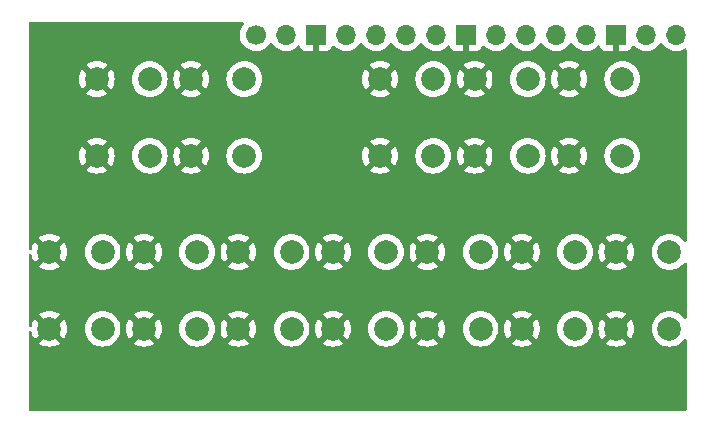
<source format=gbr>
%TF.GenerationSoftware,KiCad,Pcbnew,(6.0.6)*%
%TF.CreationDate,2022-08-01T20:58:33-04:00*%
%TF.ProjectId,piano_keypad,7069616e-6f5f-46b6-9579-7061642e6b69,rev?*%
%TF.SameCoordinates,Original*%
%TF.FileFunction,Copper,L2,Bot*%
%TF.FilePolarity,Positive*%
%FSLAX46Y46*%
G04 Gerber Fmt 4.6, Leading zero omitted, Abs format (unit mm)*
G04 Created by KiCad (PCBNEW (6.0.6)) date 2022-08-01 20:58:33*
%MOMM*%
%LPD*%
G01*
G04 APERTURE LIST*
%TA.AperFunction,ComponentPad*%
%ADD10C,2.000000*%
%TD*%
%TA.AperFunction,ComponentPad*%
%ADD11C,1.700000*%
%TD*%
%TA.AperFunction,ComponentPad*%
%ADD12O,1.700000X1.700000*%
%TD*%
%TA.AperFunction,ComponentPad*%
%ADD13R,1.700000X1.700000*%
%TD*%
G04 APERTURE END LIST*
D10*
%TO.P,SW3,1,1*%
%TO.N,GND*%
X98850000Y-63730000D03*
X98850000Y-57230000D03*
%TO.P,SW3,2,2*%
%TO.N,/A*%
X103350000Y-57230000D03*
X103350000Y-63730000D03*
%TD*%
D11*
%TO.P,J1,1,Pin_1*%
%TO.N,/C*%
X76325000Y-38840000D03*
D12*
%TO.P,J1,2,Pin_2*%
%TO.N,/C#*%
X78865000Y-38840000D03*
D13*
%TO.P,J1,3,Pin_3*%
%TO.N,GND*%
X81405000Y-38840000D03*
D12*
%TO.P,J1,4,Pin_4*%
%TO.N,/D*%
X83945000Y-38840000D03*
%TO.P,J1,5,Pin_5*%
%TO.N,/D#*%
X86485000Y-38840000D03*
%TO.P,J1,6,Pin_6*%
%TO.N,/E*%
X89025000Y-38840000D03*
%TO.P,J1,7,Pin_7*%
%TO.N,/F*%
X91565000Y-38840000D03*
D13*
%TO.P,J1,8,Pin_8*%
%TO.N,GND*%
X94105000Y-38840000D03*
D12*
%TO.P,J1,9,Pin_9*%
%TO.N,/F#*%
X96645000Y-38840000D03*
%TO.P,J1,10,Pin_10*%
%TO.N,/G*%
X99185000Y-38840000D03*
%TO.P,J1,11,Pin_11*%
%TO.N,/G#*%
X101725000Y-38840000D03*
%TO.P,J1,12,Pin_12*%
%TO.N,/A*%
X104265000Y-38840000D03*
D13*
%TO.P,J1,13,Pin_13*%
%TO.N,GND*%
X106805000Y-38840000D03*
D12*
%TO.P,J1,14,Pin_14*%
%TO.N,/A#*%
X109345000Y-38840000D03*
%TO.P,J1,15,Pin_15*%
%TO.N,/B*%
X111885000Y-38840000D03*
%TD*%
D10*
%TO.P,SW1,1,1*%
%TO.N,GND*%
X106850000Y-63730000D03*
X106850000Y-57230000D03*
%TO.P,SW1,2,2*%
%TO.N,/B*%
X111350000Y-57230000D03*
X111350000Y-63730000D03*
%TD*%
%TO.P,SW2,1,1*%
%TO.N,GND*%
X102850000Y-42590000D03*
X102850000Y-49090000D03*
%TO.P,SW2,2,2*%
%TO.N,/A#*%
X107350000Y-49090000D03*
X107350000Y-42590000D03*
%TD*%
%TO.P,SW8,1,1*%
%TO.N,GND*%
X74850000Y-57230000D03*
X74850000Y-63730000D03*
%TO.P,SW8,2,2*%
%TO.N,/E*%
X79350000Y-57230000D03*
X79350000Y-63730000D03*
%TD*%
%TO.P,SW9,1,1*%
%TO.N,GND*%
X70850000Y-49090000D03*
X70850000Y-42590000D03*
%TO.P,SW9,2,2*%
%TO.N,/D#*%
X75350000Y-42590000D03*
X75350000Y-49090000D03*
%TD*%
%TO.P,SW12,1,1*%
%TO.N,GND*%
X58850000Y-57230000D03*
X58850000Y-63730000D03*
%TO.P,SW12,2,2*%
%TO.N,/C*%
X63350000Y-57230000D03*
X63350000Y-63730000D03*
%TD*%
%TO.P,SW5,1,1*%
%TO.N,GND*%
X90850000Y-57230000D03*
X90850000Y-63730000D03*
%TO.P,SW5,2,2*%
%TO.N,/G*%
X95350000Y-63730000D03*
X95350000Y-57230000D03*
%TD*%
%TO.P,SW6,1,1*%
%TO.N,GND*%
X86850000Y-42590000D03*
X86850000Y-49090000D03*
%TO.P,SW6,2,2*%
%TO.N,/F#*%
X91350000Y-49090000D03*
X91350000Y-42590000D03*
%TD*%
%TO.P,SW11,1,1*%
%TO.N,GND*%
X62850000Y-42590000D03*
X62850000Y-49090000D03*
%TO.P,SW11,2,2*%
%TO.N,/C#*%
X67350000Y-42590000D03*
X67350000Y-49090000D03*
%TD*%
%TO.P,SW7,1,1*%
%TO.N,GND*%
X82850000Y-63730000D03*
X82850000Y-57230000D03*
%TO.P,SW7,2,2*%
%TO.N,/F*%
X87350000Y-63730000D03*
X87350000Y-57230000D03*
%TD*%
%TO.P,SW4,1,1*%
%TO.N,GND*%
X94850000Y-49090000D03*
X94850000Y-42590000D03*
%TO.P,SW4,2,2*%
%TO.N,/G#*%
X99350000Y-42590000D03*
X99350000Y-49090000D03*
%TD*%
%TO.P,SW10,1,1*%
%TO.N,GND*%
X66850000Y-57230000D03*
X66850000Y-63730000D03*
%TO.P,SW10,2,2*%
%TO.N,/D*%
X71350000Y-57230000D03*
X71350000Y-63730000D03*
%TD*%
%TA.AperFunction,Conductor*%
%TO.N,GND*%
G36*
X75271886Y-37758502D02*
G01*
X75318379Y-37812158D01*
X75328483Y-37882432D01*
X75294858Y-37951551D01*
X75265629Y-37982138D01*
X75139743Y-38166680D01*
X75045688Y-38369305D01*
X74985989Y-38584570D01*
X74962251Y-38806695D01*
X74975110Y-39029715D01*
X74976247Y-39034761D01*
X74976248Y-39034767D01*
X74997275Y-39128069D01*
X75024222Y-39247639D01*
X75108266Y-39454616D01*
X75159942Y-39538944D01*
X75222291Y-39640688D01*
X75224987Y-39645088D01*
X75371250Y-39813938D01*
X75543126Y-39956632D01*
X75736000Y-40069338D01*
X75944692Y-40149030D01*
X75949760Y-40150061D01*
X75949763Y-40150062D01*
X76057017Y-40171883D01*
X76163597Y-40193567D01*
X76168772Y-40193757D01*
X76168774Y-40193757D01*
X76381673Y-40201564D01*
X76381677Y-40201564D01*
X76386837Y-40201753D01*
X76391957Y-40201097D01*
X76391959Y-40201097D01*
X76603288Y-40174025D01*
X76603289Y-40174025D01*
X76608416Y-40173368D01*
X76613366Y-40171883D01*
X76817429Y-40110661D01*
X76817434Y-40110659D01*
X76822384Y-40109174D01*
X77022994Y-40010896D01*
X77204860Y-39881173D01*
X77363096Y-39723489D01*
X77422594Y-39640689D01*
X77493453Y-39542077D01*
X77494776Y-39543028D01*
X77541645Y-39499857D01*
X77611580Y-39487625D01*
X77677026Y-39515144D01*
X77704875Y-39546994D01*
X77764987Y-39645088D01*
X77911250Y-39813938D01*
X78083126Y-39956632D01*
X78276000Y-40069338D01*
X78484692Y-40149030D01*
X78489760Y-40150061D01*
X78489763Y-40150062D01*
X78597017Y-40171883D01*
X78703597Y-40193567D01*
X78708772Y-40193757D01*
X78708774Y-40193757D01*
X78921673Y-40201564D01*
X78921677Y-40201564D01*
X78926837Y-40201753D01*
X78931957Y-40201097D01*
X78931959Y-40201097D01*
X79143288Y-40174025D01*
X79143289Y-40174025D01*
X79148416Y-40173368D01*
X79153366Y-40171883D01*
X79357429Y-40110661D01*
X79357434Y-40110659D01*
X79362384Y-40109174D01*
X79562994Y-40010896D01*
X79744860Y-39881173D01*
X79812331Y-39813938D01*
X79853479Y-39772933D01*
X79915851Y-39739017D01*
X79986658Y-39744205D01*
X80043419Y-39786851D01*
X80060401Y-39817954D01*
X80101676Y-39928054D01*
X80110214Y-39943649D01*
X80186715Y-40045724D01*
X80199276Y-40058285D01*
X80301351Y-40134786D01*
X80316946Y-40143324D01*
X80437394Y-40188478D01*
X80452649Y-40192105D01*
X80503514Y-40197631D01*
X80510328Y-40198000D01*
X81132885Y-40198000D01*
X81148124Y-40193525D01*
X81149329Y-40192135D01*
X81151000Y-40184452D01*
X81151000Y-38712000D01*
X81171002Y-38643879D01*
X81224658Y-38597386D01*
X81277000Y-38586000D01*
X81533000Y-38586000D01*
X81601121Y-38606002D01*
X81647614Y-38659658D01*
X81659000Y-38712000D01*
X81659000Y-40179884D01*
X81663475Y-40195123D01*
X81664865Y-40196328D01*
X81672548Y-40197999D01*
X82299669Y-40197999D01*
X82306490Y-40197629D01*
X82357352Y-40192105D01*
X82372604Y-40188479D01*
X82493054Y-40143324D01*
X82508649Y-40134786D01*
X82610724Y-40058285D01*
X82623285Y-40045724D01*
X82699786Y-39943649D01*
X82708324Y-39928054D01*
X82749225Y-39818952D01*
X82791867Y-39762188D01*
X82858428Y-39737488D01*
X82927777Y-39752696D01*
X82962444Y-39780684D01*
X82987865Y-39810031D01*
X82987869Y-39810035D01*
X82991250Y-39813938D01*
X83163126Y-39956632D01*
X83356000Y-40069338D01*
X83564692Y-40149030D01*
X83569760Y-40150061D01*
X83569763Y-40150062D01*
X83677017Y-40171883D01*
X83783597Y-40193567D01*
X83788772Y-40193757D01*
X83788774Y-40193757D01*
X84001673Y-40201564D01*
X84001677Y-40201564D01*
X84006837Y-40201753D01*
X84011957Y-40201097D01*
X84011959Y-40201097D01*
X84223288Y-40174025D01*
X84223289Y-40174025D01*
X84228416Y-40173368D01*
X84233366Y-40171883D01*
X84437429Y-40110661D01*
X84437434Y-40110659D01*
X84442384Y-40109174D01*
X84642994Y-40010896D01*
X84824860Y-39881173D01*
X84983096Y-39723489D01*
X85042594Y-39640689D01*
X85113453Y-39542077D01*
X85114776Y-39543028D01*
X85161645Y-39499857D01*
X85231580Y-39487625D01*
X85297026Y-39515144D01*
X85324875Y-39546994D01*
X85384987Y-39645088D01*
X85531250Y-39813938D01*
X85703126Y-39956632D01*
X85896000Y-40069338D01*
X86104692Y-40149030D01*
X86109760Y-40150061D01*
X86109763Y-40150062D01*
X86217017Y-40171883D01*
X86323597Y-40193567D01*
X86328772Y-40193757D01*
X86328774Y-40193757D01*
X86541673Y-40201564D01*
X86541677Y-40201564D01*
X86546837Y-40201753D01*
X86551957Y-40201097D01*
X86551959Y-40201097D01*
X86763288Y-40174025D01*
X86763289Y-40174025D01*
X86768416Y-40173368D01*
X86773366Y-40171883D01*
X86977429Y-40110661D01*
X86977434Y-40110659D01*
X86982384Y-40109174D01*
X87182994Y-40010896D01*
X87364860Y-39881173D01*
X87523096Y-39723489D01*
X87582594Y-39640689D01*
X87653453Y-39542077D01*
X87654776Y-39543028D01*
X87701645Y-39499857D01*
X87771580Y-39487625D01*
X87837026Y-39515144D01*
X87864875Y-39546994D01*
X87924987Y-39645088D01*
X88071250Y-39813938D01*
X88243126Y-39956632D01*
X88436000Y-40069338D01*
X88644692Y-40149030D01*
X88649760Y-40150061D01*
X88649763Y-40150062D01*
X88757017Y-40171883D01*
X88863597Y-40193567D01*
X88868772Y-40193757D01*
X88868774Y-40193757D01*
X89081673Y-40201564D01*
X89081677Y-40201564D01*
X89086837Y-40201753D01*
X89091957Y-40201097D01*
X89091959Y-40201097D01*
X89303288Y-40174025D01*
X89303289Y-40174025D01*
X89308416Y-40173368D01*
X89313366Y-40171883D01*
X89517429Y-40110661D01*
X89517434Y-40110659D01*
X89522384Y-40109174D01*
X89722994Y-40010896D01*
X89904860Y-39881173D01*
X90063096Y-39723489D01*
X90122594Y-39640689D01*
X90193453Y-39542077D01*
X90194776Y-39543028D01*
X90241645Y-39499857D01*
X90311580Y-39487625D01*
X90377026Y-39515144D01*
X90404875Y-39546994D01*
X90464987Y-39645088D01*
X90611250Y-39813938D01*
X90783126Y-39956632D01*
X90976000Y-40069338D01*
X91184692Y-40149030D01*
X91189760Y-40150061D01*
X91189763Y-40150062D01*
X91297017Y-40171883D01*
X91403597Y-40193567D01*
X91408772Y-40193757D01*
X91408774Y-40193757D01*
X91621673Y-40201564D01*
X91621677Y-40201564D01*
X91626837Y-40201753D01*
X91631957Y-40201097D01*
X91631959Y-40201097D01*
X91843288Y-40174025D01*
X91843289Y-40174025D01*
X91848416Y-40173368D01*
X91853366Y-40171883D01*
X92057429Y-40110661D01*
X92057434Y-40110659D01*
X92062384Y-40109174D01*
X92262994Y-40010896D01*
X92444860Y-39881173D01*
X92512331Y-39813938D01*
X92553479Y-39772933D01*
X92615851Y-39739017D01*
X92686658Y-39744205D01*
X92743419Y-39786851D01*
X92760401Y-39817954D01*
X92801676Y-39928054D01*
X92810214Y-39943649D01*
X92886715Y-40045724D01*
X92899276Y-40058285D01*
X93001351Y-40134786D01*
X93016946Y-40143324D01*
X93137394Y-40188478D01*
X93152649Y-40192105D01*
X93203514Y-40197631D01*
X93210328Y-40198000D01*
X93832885Y-40198000D01*
X93848124Y-40193525D01*
X93849329Y-40192135D01*
X93851000Y-40184452D01*
X93851000Y-38712000D01*
X93871002Y-38643879D01*
X93924658Y-38597386D01*
X93977000Y-38586000D01*
X94233000Y-38586000D01*
X94301121Y-38606002D01*
X94347614Y-38659658D01*
X94359000Y-38712000D01*
X94359000Y-40179884D01*
X94363475Y-40195123D01*
X94364865Y-40196328D01*
X94372548Y-40197999D01*
X94999669Y-40197999D01*
X95006490Y-40197629D01*
X95057352Y-40192105D01*
X95072604Y-40188479D01*
X95193054Y-40143324D01*
X95208649Y-40134786D01*
X95310724Y-40058285D01*
X95323285Y-40045724D01*
X95399786Y-39943649D01*
X95408324Y-39928054D01*
X95449225Y-39818952D01*
X95491867Y-39762188D01*
X95558428Y-39737488D01*
X95627777Y-39752696D01*
X95662444Y-39780684D01*
X95687865Y-39810031D01*
X95687869Y-39810035D01*
X95691250Y-39813938D01*
X95863126Y-39956632D01*
X96056000Y-40069338D01*
X96264692Y-40149030D01*
X96269760Y-40150061D01*
X96269763Y-40150062D01*
X96377017Y-40171883D01*
X96483597Y-40193567D01*
X96488772Y-40193757D01*
X96488774Y-40193757D01*
X96701673Y-40201564D01*
X96701677Y-40201564D01*
X96706837Y-40201753D01*
X96711957Y-40201097D01*
X96711959Y-40201097D01*
X96923288Y-40174025D01*
X96923289Y-40174025D01*
X96928416Y-40173368D01*
X96933366Y-40171883D01*
X97137429Y-40110661D01*
X97137434Y-40110659D01*
X97142384Y-40109174D01*
X97342994Y-40010896D01*
X97524860Y-39881173D01*
X97683096Y-39723489D01*
X97742594Y-39640689D01*
X97813453Y-39542077D01*
X97814776Y-39543028D01*
X97861645Y-39499857D01*
X97931580Y-39487625D01*
X97997026Y-39515144D01*
X98024875Y-39546994D01*
X98084987Y-39645088D01*
X98231250Y-39813938D01*
X98403126Y-39956632D01*
X98596000Y-40069338D01*
X98804692Y-40149030D01*
X98809760Y-40150061D01*
X98809763Y-40150062D01*
X98917017Y-40171883D01*
X99023597Y-40193567D01*
X99028772Y-40193757D01*
X99028774Y-40193757D01*
X99241673Y-40201564D01*
X99241677Y-40201564D01*
X99246837Y-40201753D01*
X99251957Y-40201097D01*
X99251959Y-40201097D01*
X99463288Y-40174025D01*
X99463289Y-40174025D01*
X99468416Y-40173368D01*
X99473366Y-40171883D01*
X99677429Y-40110661D01*
X99677434Y-40110659D01*
X99682384Y-40109174D01*
X99882994Y-40010896D01*
X100064860Y-39881173D01*
X100223096Y-39723489D01*
X100282594Y-39640689D01*
X100353453Y-39542077D01*
X100354776Y-39543028D01*
X100401645Y-39499857D01*
X100471580Y-39487625D01*
X100537026Y-39515144D01*
X100564875Y-39546994D01*
X100624987Y-39645088D01*
X100771250Y-39813938D01*
X100943126Y-39956632D01*
X101136000Y-40069338D01*
X101344692Y-40149030D01*
X101349760Y-40150061D01*
X101349763Y-40150062D01*
X101457017Y-40171883D01*
X101563597Y-40193567D01*
X101568772Y-40193757D01*
X101568774Y-40193757D01*
X101781673Y-40201564D01*
X101781677Y-40201564D01*
X101786837Y-40201753D01*
X101791957Y-40201097D01*
X101791959Y-40201097D01*
X102003288Y-40174025D01*
X102003289Y-40174025D01*
X102008416Y-40173368D01*
X102013366Y-40171883D01*
X102217429Y-40110661D01*
X102217434Y-40110659D01*
X102222384Y-40109174D01*
X102422994Y-40010896D01*
X102604860Y-39881173D01*
X102763096Y-39723489D01*
X102822594Y-39640689D01*
X102893453Y-39542077D01*
X102894776Y-39543028D01*
X102941645Y-39499857D01*
X103011580Y-39487625D01*
X103077026Y-39515144D01*
X103104875Y-39546994D01*
X103164987Y-39645088D01*
X103311250Y-39813938D01*
X103483126Y-39956632D01*
X103676000Y-40069338D01*
X103884692Y-40149030D01*
X103889760Y-40150061D01*
X103889763Y-40150062D01*
X103997017Y-40171883D01*
X104103597Y-40193567D01*
X104108772Y-40193757D01*
X104108774Y-40193757D01*
X104321673Y-40201564D01*
X104321677Y-40201564D01*
X104326837Y-40201753D01*
X104331957Y-40201097D01*
X104331959Y-40201097D01*
X104543288Y-40174025D01*
X104543289Y-40174025D01*
X104548416Y-40173368D01*
X104553366Y-40171883D01*
X104757429Y-40110661D01*
X104757434Y-40110659D01*
X104762384Y-40109174D01*
X104962994Y-40010896D01*
X105144860Y-39881173D01*
X105212331Y-39813938D01*
X105253479Y-39772933D01*
X105315851Y-39739017D01*
X105386658Y-39744205D01*
X105443419Y-39786851D01*
X105460401Y-39817954D01*
X105501676Y-39928054D01*
X105510214Y-39943649D01*
X105586715Y-40045724D01*
X105599276Y-40058285D01*
X105701351Y-40134786D01*
X105716946Y-40143324D01*
X105837394Y-40188478D01*
X105852649Y-40192105D01*
X105903514Y-40197631D01*
X105910328Y-40198000D01*
X106532885Y-40198000D01*
X106548124Y-40193525D01*
X106549329Y-40192135D01*
X106551000Y-40184452D01*
X106551000Y-38712000D01*
X106571002Y-38643879D01*
X106624658Y-38597386D01*
X106677000Y-38586000D01*
X106933000Y-38586000D01*
X107001121Y-38606002D01*
X107047614Y-38659658D01*
X107059000Y-38712000D01*
X107059000Y-40179884D01*
X107063475Y-40195123D01*
X107064865Y-40196328D01*
X107072548Y-40197999D01*
X107699669Y-40197999D01*
X107706490Y-40197629D01*
X107757352Y-40192105D01*
X107772604Y-40188479D01*
X107893054Y-40143324D01*
X107908649Y-40134786D01*
X108010724Y-40058285D01*
X108023285Y-40045724D01*
X108099786Y-39943649D01*
X108108324Y-39928054D01*
X108149225Y-39818952D01*
X108191867Y-39762188D01*
X108258428Y-39737488D01*
X108327777Y-39752696D01*
X108362444Y-39780684D01*
X108387865Y-39810031D01*
X108387869Y-39810035D01*
X108391250Y-39813938D01*
X108563126Y-39956632D01*
X108756000Y-40069338D01*
X108964692Y-40149030D01*
X108969760Y-40150061D01*
X108969763Y-40150062D01*
X109077017Y-40171883D01*
X109183597Y-40193567D01*
X109188772Y-40193757D01*
X109188774Y-40193757D01*
X109401673Y-40201564D01*
X109401677Y-40201564D01*
X109406837Y-40201753D01*
X109411957Y-40201097D01*
X109411959Y-40201097D01*
X109623288Y-40174025D01*
X109623289Y-40174025D01*
X109628416Y-40173368D01*
X109633366Y-40171883D01*
X109837429Y-40110661D01*
X109837434Y-40110659D01*
X109842384Y-40109174D01*
X110042994Y-40010896D01*
X110224860Y-39881173D01*
X110383096Y-39723489D01*
X110442594Y-39640689D01*
X110513453Y-39542077D01*
X110514776Y-39543028D01*
X110561645Y-39499857D01*
X110631580Y-39487625D01*
X110697026Y-39515144D01*
X110724875Y-39546994D01*
X110784987Y-39645088D01*
X110931250Y-39813938D01*
X111103126Y-39956632D01*
X111296000Y-40069338D01*
X111504692Y-40149030D01*
X111509760Y-40150061D01*
X111509763Y-40150062D01*
X111617017Y-40171883D01*
X111723597Y-40193567D01*
X111728772Y-40193757D01*
X111728774Y-40193757D01*
X111941673Y-40201564D01*
X111941677Y-40201564D01*
X111946837Y-40201753D01*
X111951957Y-40201097D01*
X111951959Y-40201097D01*
X112163288Y-40174025D01*
X112163289Y-40174025D01*
X112168416Y-40173368D01*
X112173366Y-40171883D01*
X112377429Y-40110661D01*
X112377434Y-40110659D01*
X112382384Y-40109174D01*
X112582994Y-40010896D01*
X112592330Y-40004237D01*
X112659402Y-39980962D01*
X112728411Y-39997644D01*
X112777446Y-40048986D01*
X112791500Y-40106814D01*
X112791500Y-56253499D01*
X112771498Y-56321620D01*
X112717842Y-56368113D01*
X112647568Y-56378217D01*
X112582988Y-56348723D01*
X112569689Y-56335330D01*
X112423177Y-56163787D01*
X112419969Y-56160031D01*
X112239416Y-56005824D01*
X112235208Y-56003245D01*
X112235202Y-56003241D01*
X112041183Y-55884346D01*
X112036963Y-55881760D01*
X112032393Y-55879867D01*
X112032389Y-55879865D01*
X111822167Y-55792789D01*
X111822165Y-55792788D01*
X111817594Y-55790895D01*
X111737391Y-55771640D01*
X111591524Y-55736620D01*
X111591518Y-55736619D01*
X111586711Y-55735465D01*
X111350000Y-55716835D01*
X111113289Y-55735465D01*
X111108482Y-55736619D01*
X111108476Y-55736620D01*
X110962609Y-55771640D01*
X110882406Y-55790895D01*
X110877835Y-55792788D01*
X110877833Y-55792789D01*
X110667611Y-55879865D01*
X110667607Y-55879867D01*
X110663037Y-55881760D01*
X110658817Y-55884346D01*
X110464798Y-56003241D01*
X110464792Y-56003245D01*
X110460584Y-56005824D01*
X110280031Y-56160031D01*
X110125824Y-56340584D01*
X110123245Y-56344792D01*
X110123241Y-56344798D01*
X110102762Y-56378217D01*
X110001760Y-56543037D01*
X109999867Y-56547607D01*
X109999865Y-56547611D01*
X109912789Y-56757833D01*
X109910895Y-56762406D01*
X109855465Y-56993289D01*
X109836835Y-57230000D01*
X109855465Y-57466711D01*
X109910895Y-57697594D01*
X109912788Y-57702165D01*
X109912789Y-57702167D01*
X109999772Y-57912163D01*
X110001760Y-57916963D01*
X110004346Y-57921183D01*
X110123241Y-58115202D01*
X110123245Y-58115208D01*
X110125824Y-58119416D01*
X110280031Y-58299969D01*
X110460584Y-58454176D01*
X110464792Y-58456755D01*
X110464798Y-58456759D01*
X110658084Y-58575205D01*
X110663037Y-58578240D01*
X110667607Y-58580133D01*
X110667611Y-58580135D01*
X110877833Y-58667211D01*
X110882406Y-58669105D01*
X110962609Y-58688360D01*
X111108476Y-58723380D01*
X111108482Y-58723381D01*
X111113289Y-58724535D01*
X111350000Y-58743165D01*
X111586711Y-58724535D01*
X111591518Y-58723381D01*
X111591524Y-58723380D01*
X111737391Y-58688360D01*
X111817594Y-58669105D01*
X111822167Y-58667211D01*
X112032389Y-58580135D01*
X112032393Y-58580133D01*
X112036963Y-58578240D01*
X112041916Y-58575205D01*
X112235202Y-58456759D01*
X112235208Y-58456755D01*
X112239416Y-58454176D01*
X112419969Y-58299969D01*
X112423177Y-58296213D01*
X112569689Y-58124670D01*
X112629140Y-58085861D01*
X112700134Y-58085355D01*
X112760133Y-58123311D01*
X112790086Y-58187680D01*
X112791500Y-58206501D01*
X112791500Y-62753499D01*
X112771498Y-62821620D01*
X112717842Y-62868113D01*
X112647568Y-62878217D01*
X112582988Y-62848723D01*
X112569689Y-62835330D01*
X112423177Y-62663787D01*
X112419969Y-62660031D01*
X112239416Y-62505824D01*
X112235208Y-62503245D01*
X112235202Y-62503241D01*
X112041183Y-62384346D01*
X112036963Y-62381760D01*
X112032393Y-62379867D01*
X112032389Y-62379865D01*
X111822167Y-62292789D01*
X111822165Y-62292788D01*
X111817594Y-62290895D01*
X111737391Y-62271640D01*
X111591524Y-62236620D01*
X111591518Y-62236619D01*
X111586711Y-62235465D01*
X111350000Y-62216835D01*
X111113289Y-62235465D01*
X111108482Y-62236619D01*
X111108476Y-62236620D01*
X110962609Y-62271640D01*
X110882406Y-62290895D01*
X110877835Y-62292788D01*
X110877833Y-62292789D01*
X110667611Y-62379865D01*
X110667607Y-62379867D01*
X110663037Y-62381760D01*
X110658817Y-62384346D01*
X110464798Y-62503241D01*
X110464792Y-62503245D01*
X110460584Y-62505824D01*
X110280031Y-62660031D01*
X110125824Y-62840584D01*
X110123245Y-62844792D01*
X110123241Y-62844798D01*
X110102762Y-62878217D01*
X110001760Y-63043037D01*
X109999867Y-63047607D01*
X109999865Y-63047611D01*
X109912789Y-63257833D01*
X109910895Y-63262406D01*
X109855465Y-63493289D01*
X109836835Y-63730000D01*
X109855465Y-63966711D01*
X109910895Y-64197594D01*
X109912788Y-64202165D01*
X109912789Y-64202167D01*
X109999772Y-64412163D01*
X110001760Y-64416963D01*
X110004346Y-64421183D01*
X110123241Y-64615202D01*
X110123245Y-64615208D01*
X110125824Y-64619416D01*
X110280031Y-64799969D01*
X110460584Y-64954176D01*
X110464792Y-64956755D01*
X110464798Y-64956759D01*
X110658084Y-65075205D01*
X110663037Y-65078240D01*
X110667607Y-65080133D01*
X110667611Y-65080135D01*
X110877833Y-65167211D01*
X110882406Y-65169105D01*
X110962609Y-65188360D01*
X111108476Y-65223380D01*
X111108482Y-65223381D01*
X111113289Y-65224535D01*
X111350000Y-65243165D01*
X111586711Y-65224535D01*
X111591518Y-65223381D01*
X111591524Y-65223380D01*
X111737391Y-65188360D01*
X111817594Y-65169105D01*
X111822167Y-65167211D01*
X112032389Y-65080135D01*
X112032393Y-65080133D01*
X112036963Y-65078240D01*
X112041916Y-65075205D01*
X112235202Y-64956759D01*
X112235208Y-64956755D01*
X112239416Y-64954176D01*
X112419969Y-64799969D01*
X112423177Y-64796213D01*
X112569689Y-64624670D01*
X112629140Y-64585861D01*
X112700134Y-64585355D01*
X112760133Y-64623311D01*
X112790086Y-64687680D01*
X112791500Y-64706501D01*
X112791500Y-70555500D01*
X112771498Y-70623621D01*
X112717842Y-70670114D01*
X112665500Y-70681500D01*
X57234500Y-70681500D01*
X57166379Y-70661498D01*
X57119886Y-70607842D01*
X57108500Y-70555500D01*
X57108500Y-64962670D01*
X57982160Y-64962670D01*
X57987887Y-64970320D01*
X58159042Y-65075205D01*
X58167837Y-65079687D01*
X58377988Y-65166734D01*
X58387373Y-65169783D01*
X58608554Y-65222885D01*
X58618301Y-65224428D01*
X58845070Y-65242275D01*
X58854930Y-65242275D01*
X59081699Y-65224428D01*
X59091446Y-65222885D01*
X59312627Y-65169783D01*
X59322012Y-65166734D01*
X59532163Y-65079687D01*
X59540958Y-65075205D01*
X59708445Y-64972568D01*
X59717907Y-64962110D01*
X59714124Y-64953334D01*
X58862812Y-64102022D01*
X58848868Y-64094408D01*
X58847035Y-64094539D01*
X58840420Y-64098790D01*
X57988920Y-64950290D01*
X57982160Y-64962670D01*
X57108500Y-64962670D01*
X57108500Y-64000458D01*
X57128502Y-63932337D01*
X57182158Y-63885844D01*
X57252432Y-63875740D01*
X57317012Y-63905234D01*
X57357019Y-63971044D01*
X57410217Y-64192627D01*
X57413266Y-64202012D01*
X57500313Y-64412163D01*
X57504795Y-64420958D01*
X57607432Y-64588445D01*
X57617890Y-64597907D01*
X57626666Y-64594124D01*
X58477978Y-63742812D01*
X58484356Y-63731132D01*
X59214408Y-63731132D01*
X59214539Y-63732965D01*
X59218790Y-63739580D01*
X60070290Y-64591080D01*
X60082670Y-64597840D01*
X60090320Y-64592113D01*
X60195205Y-64420958D01*
X60199687Y-64412163D01*
X60286734Y-64202012D01*
X60289783Y-64192627D01*
X60342885Y-63971446D01*
X60344428Y-63961699D01*
X60362275Y-63734930D01*
X60362275Y-63730000D01*
X61836835Y-63730000D01*
X61855465Y-63966711D01*
X61910895Y-64197594D01*
X61912788Y-64202165D01*
X61912789Y-64202167D01*
X61999772Y-64412163D01*
X62001760Y-64416963D01*
X62004346Y-64421183D01*
X62123241Y-64615202D01*
X62123245Y-64615208D01*
X62125824Y-64619416D01*
X62280031Y-64799969D01*
X62460584Y-64954176D01*
X62464792Y-64956755D01*
X62464798Y-64956759D01*
X62658084Y-65075205D01*
X62663037Y-65078240D01*
X62667607Y-65080133D01*
X62667611Y-65080135D01*
X62877833Y-65167211D01*
X62882406Y-65169105D01*
X62962609Y-65188360D01*
X63108476Y-65223380D01*
X63108482Y-65223381D01*
X63113289Y-65224535D01*
X63350000Y-65243165D01*
X63586711Y-65224535D01*
X63591518Y-65223381D01*
X63591524Y-65223380D01*
X63737391Y-65188360D01*
X63817594Y-65169105D01*
X63822167Y-65167211D01*
X64032389Y-65080135D01*
X64032393Y-65080133D01*
X64036963Y-65078240D01*
X64041916Y-65075205D01*
X64225556Y-64962670D01*
X65982160Y-64962670D01*
X65987887Y-64970320D01*
X66159042Y-65075205D01*
X66167837Y-65079687D01*
X66377988Y-65166734D01*
X66387373Y-65169783D01*
X66608554Y-65222885D01*
X66618301Y-65224428D01*
X66845070Y-65242275D01*
X66854930Y-65242275D01*
X67081699Y-65224428D01*
X67091446Y-65222885D01*
X67312627Y-65169783D01*
X67322012Y-65166734D01*
X67532163Y-65079687D01*
X67540958Y-65075205D01*
X67708445Y-64972568D01*
X67717907Y-64962110D01*
X67714124Y-64953334D01*
X66862812Y-64102022D01*
X66848868Y-64094408D01*
X66847035Y-64094539D01*
X66840420Y-64098790D01*
X65988920Y-64950290D01*
X65982160Y-64962670D01*
X64225556Y-64962670D01*
X64235202Y-64956759D01*
X64235208Y-64956755D01*
X64239416Y-64954176D01*
X64419969Y-64799969D01*
X64574176Y-64619416D01*
X64576755Y-64615208D01*
X64576759Y-64615202D01*
X64695654Y-64421183D01*
X64698240Y-64416963D01*
X64700229Y-64412163D01*
X64787211Y-64202167D01*
X64787212Y-64202165D01*
X64789105Y-64197594D01*
X64844535Y-63966711D01*
X64862777Y-63734930D01*
X65337725Y-63734930D01*
X65355572Y-63961699D01*
X65357115Y-63971446D01*
X65410217Y-64192627D01*
X65413266Y-64202012D01*
X65500313Y-64412163D01*
X65504795Y-64420958D01*
X65607432Y-64588445D01*
X65617890Y-64597907D01*
X65626666Y-64594124D01*
X66477978Y-63742812D01*
X66484356Y-63731132D01*
X67214408Y-63731132D01*
X67214539Y-63732965D01*
X67218790Y-63739580D01*
X68070290Y-64591080D01*
X68082670Y-64597840D01*
X68090320Y-64592113D01*
X68195205Y-64420958D01*
X68199687Y-64412163D01*
X68286734Y-64202012D01*
X68289783Y-64192627D01*
X68342885Y-63971446D01*
X68344428Y-63961699D01*
X68362275Y-63734930D01*
X68362275Y-63730000D01*
X69836835Y-63730000D01*
X69855465Y-63966711D01*
X69910895Y-64197594D01*
X69912788Y-64202165D01*
X69912789Y-64202167D01*
X69999772Y-64412163D01*
X70001760Y-64416963D01*
X70004346Y-64421183D01*
X70123241Y-64615202D01*
X70123245Y-64615208D01*
X70125824Y-64619416D01*
X70280031Y-64799969D01*
X70460584Y-64954176D01*
X70464792Y-64956755D01*
X70464798Y-64956759D01*
X70658084Y-65075205D01*
X70663037Y-65078240D01*
X70667607Y-65080133D01*
X70667611Y-65080135D01*
X70877833Y-65167211D01*
X70882406Y-65169105D01*
X70962609Y-65188360D01*
X71108476Y-65223380D01*
X71108482Y-65223381D01*
X71113289Y-65224535D01*
X71350000Y-65243165D01*
X71586711Y-65224535D01*
X71591518Y-65223381D01*
X71591524Y-65223380D01*
X71737391Y-65188360D01*
X71817594Y-65169105D01*
X71822167Y-65167211D01*
X72032389Y-65080135D01*
X72032393Y-65080133D01*
X72036963Y-65078240D01*
X72041916Y-65075205D01*
X72225556Y-64962670D01*
X73982160Y-64962670D01*
X73987887Y-64970320D01*
X74159042Y-65075205D01*
X74167837Y-65079687D01*
X74377988Y-65166734D01*
X74387373Y-65169783D01*
X74608554Y-65222885D01*
X74618301Y-65224428D01*
X74845070Y-65242275D01*
X74854930Y-65242275D01*
X75081699Y-65224428D01*
X75091446Y-65222885D01*
X75312627Y-65169783D01*
X75322012Y-65166734D01*
X75532163Y-65079687D01*
X75540958Y-65075205D01*
X75708445Y-64972568D01*
X75717907Y-64962110D01*
X75714124Y-64953334D01*
X74862812Y-64102022D01*
X74848868Y-64094408D01*
X74847035Y-64094539D01*
X74840420Y-64098790D01*
X73988920Y-64950290D01*
X73982160Y-64962670D01*
X72225556Y-64962670D01*
X72235202Y-64956759D01*
X72235208Y-64956755D01*
X72239416Y-64954176D01*
X72419969Y-64799969D01*
X72574176Y-64619416D01*
X72576755Y-64615208D01*
X72576759Y-64615202D01*
X72695654Y-64421183D01*
X72698240Y-64416963D01*
X72700229Y-64412163D01*
X72787211Y-64202167D01*
X72787212Y-64202165D01*
X72789105Y-64197594D01*
X72844535Y-63966711D01*
X72862777Y-63734930D01*
X73337725Y-63734930D01*
X73355572Y-63961699D01*
X73357115Y-63971446D01*
X73410217Y-64192627D01*
X73413266Y-64202012D01*
X73500313Y-64412163D01*
X73504795Y-64420958D01*
X73607432Y-64588445D01*
X73617890Y-64597907D01*
X73626666Y-64594124D01*
X74477978Y-63742812D01*
X74484356Y-63731132D01*
X75214408Y-63731132D01*
X75214539Y-63732965D01*
X75218790Y-63739580D01*
X76070290Y-64591080D01*
X76082670Y-64597840D01*
X76090320Y-64592113D01*
X76195205Y-64420958D01*
X76199687Y-64412163D01*
X76286734Y-64202012D01*
X76289783Y-64192627D01*
X76342885Y-63971446D01*
X76344428Y-63961699D01*
X76362275Y-63734930D01*
X76362275Y-63730000D01*
X77836835Y-63730000D01*
X77855465Y-63966711D01*
X77910895Y-64197594D01*
X77912788Y-64202165D01*
X77912789Y-64202167D01*
X77999772Y-64412163D01*
X78001760Y-64416963D01*
X78004346Y-64421183D01*
X78123241Y-64615202D01*
X78123245Y-64615208D01*
X78125824Y-64619416D01*
X78280031Y-64799969D01*
X78460584Y-64954176D01*
X78464792Y-64956755D01*
X78464798Y-64956759D01*
X78658084Y-65075205D01*
X78663037Y-65078240D01*
X78667607Y-65080133D01*
X78667611Y-65080135D01*
X78877833Y-65167211D01*
X78882406Y-65169105D01*
X78962609Y-65188360D01*
X79108476Y-65223380D01*
X79108482Y-65223381D01*
X79113289Y-65224535D01*
X79350000Y-65243165D01*
X79586711Y-65224535D01*
X79591518Y-65223381D01*
X79591524Y-65223380D01*
X79737391Y-65188360D01*
X79817594Y-65169105D01*
X79822167Y-65167211D01*
X80032389Y-65080135D01*
X80032393Y-65080133D01*
X80036963Y-65078240D01*
X80041916Y-65075205D01*
X80225556Y-64962670D01*
X81982160Y-64962670D01*
X81987887Y-64970320D01*
X82159042Y-65075205D01*
X82167837Y-65079687D01*
X82377988Y-65166734D01*
X82387373Y-65169783D01*
X82608554Y-65222885D01*
X82618301Y-65224428D01*
X82845070Y-65242275D01*
X82854930Y-65242275D01*
X83081699Y-65224428D01*
X83091446Y-65222885D01*
X83312627Y-65169783D01*
X83322012Y-65166734D01*
X83532163Y-65079687D01*
X83540958Y-65075205D01*
X83708445Y-64972568D01*
X83717907Y-64962110D01*
X83714124Y-64953334D01*
X82862812Y-64102022D01*
X82848868Y-64094408D01*
X82847035Y-64094539D01*
X82840420Y-64098790D01*
X81988920Y-64950290D01*
X81982160Y-64962670D01*
X80225556Y-64962670D01*
X80235202Y-64956759D01*
X80235208Y-64956755D01*
X80239416Y-64954176D01*
X80419969Y-64799969D01*
X80574176Y-64619416D01*
X80576755Y-64615208D01*
X80576759Y-64615202D01*
X80695654Y-64421183D01*
X80698240Y-64416963D01*
X80700229Y-64412163D01*
X80787211Y-64202167D01*
X80787212Y-64202165D01*
X80789105Y-64197594D01*
X80844535Y-63966711D01*
X80862777Y-63734930D01*
X81337725Y-63734930D01*
X81355572Y-63961699D01*
X81357115Y-63971446D01*
X81410217Y-64192627D01*
X81413266Y-64202012D01*
X81500313Y-64412163D01*
X81504795Y-64420958D01*
X81607432Y-64588445D01*
X81617890Y-64597907D01*
X81626666Y-64594124D01*
X82477978Y-63742812D01*
X82484356Y-63731132D01*
X83214408Y-63731132D01*
X83214539Y-63732965D01*
X83218790Y-63739580D01*
X84070290Y-64591080D01*
X84082670Y-64597840D01*
X84090320Y-64592113D01*
X84195205Y-64420958D01*
X84199687Y-64412163D01*
X84286734Y-64202012D01*
X84289783Y-64192627D01*
X84342885Y-63971446D01*
X84344428Y-63961699D01*
X84362275Y-63734930D01*
X84362275Y-63730000D01*
X85836835Y-63730000D01*
X85855465Y-63966711D01*
X85910895Y-64197594D01*
X85912788Y-64202165D01*
X85912789Y-64202167D01*
X85999772Y-64412163D01*
X86001760Y-64416963D01*
X86004346Y-64421183D01*
X86123241Y-64615202D01*
X86123245Y-64615208D01*
X86125824Y-64619416D01*
X86280031Y-64799969D01*
X86460584Y-64954176D01*
X86464792Y-64956755D01*
X86464798Y-64956759D01*
X86658084Y-65075205D01*
X86663037Y-65078240D01*
X86667607Y-65080133D01*
X86667611Y-65080135D01*
X86877833Y-65167211D01*
X86882406Y-65169105D01*
X86962609Y-65188360D01*
X87108476Y-65223380D01*
X87108482Y-65223381D01*
X87113289Y-65224535D01*
X87350000Y-65243165D01*
X87586711Y-65224535D01*
X87591518Y-65223381D01*
X87591524Y-65223380D01*
X87737391Y-65188360D01*
X87817594Y-65169105D01*
X87822167Y-65167211D01*
X88032389Y-65080135D01*
X88032393Y-65080133D01*
X88036963Y-65078240D01*
X88041916Y-65075205D01*
X88225556Y-64962670D01*
X89982160Y-64962670D01*
X89987887Y-64970320D01*
X90159042Y-65075205D01*
X90167837Y-65079687D01*
X90377988Y-65166734D01*
X90387373Y-65169783D01*
X90608554Y-65222885D01*
X90618301Y-65224428D01*
X90845070Y-65242275D01*
X90854930Y-65242275D01*
X91081699Y-65224428D01*
X91091446Y-65222885D01*
X91312627Y-65169783D01*
X91322012Y-65166734D01*
X91532163Y-65079687D01*
X91540958Y-65075205D01*
X91708445Y-64972568D01*
X91717907Y-64962110D01*
X91714124Y-64953334D01*
X90862812Y-64102022D01*
X90848868Y-64094408D01*
X90847035Y-64094539D01*
X90840420Y-64098790D01*
X89988920Y-64950290D01*
X89982160Y-64962670D01*
X88225556Y-64962670D01*
X88235202Y-64956759D01*
X88235208Y-64956755D01*
X88239416Y-64954176D01*
X88419969Y-64799969D01*
X88574176Y-64619416D01*
X88576755Y-64615208D01*
X88576759Y-64615202D01*
X88695654Y-64421183D01*
X88698240Y-64416963D01*
X88700229Y-64412163D01*
X88787211Y-64202167D01*
X88787212Y-64202165D01*
X88789105Y-64197594D01*
X88844535Y-63966711D01*
X88862777Y-63734930D01*
X89337725Y-63734930D01*
X89355572Y-63961699D01*
X89357115Y-63971446D01*
X89410217Y-64192627D01*
X89413266Y-64202012D01*
X89500313Y-64412163D01*
X89504795Y-64420958D01*
X89607432Y-64588445D01*
X89617890Y-64597907D01*
X89626666Y-64594124D01*
X90477978Y-63742812D01*
X90484356Y-63731132D01*
X91214408Y-63731132D01*
X91214539Y-63732965D01*
X91218790Y-63739580D01*
X92070290Y-64591080D01*
X92082670Y-64597840D01*
X92090320Y-64592113D01*
X92195205Y-64420958D01*
X92199687Y-64412163D01*
X92286734Y-64202012D01*
X92289783Y-64192627D01*
X92342885Y-63971446D01*
X92344428Y-63961699D01*
X92362275Y-63734930D01*
X92362275Y-63730000D01*
X93836835Y-63730000D01*
X93855465Y-63966711D01*
X93910895Y-64197594D01*
X93912788Y-64202165D01*
X93912789Y-64202167D01*
X93999772Y-64412163D01*
X94001760Y-64416963D01*
X94004346Y-64421183D01*
X94123241Y-64615202D01*
X94123245Y-64615208D01*
X94125824Y-64619416D01*
X94280031Y-64799969D01*
X94460584Y-64954176D01*
X94464792Y-64956755D01*
X94464798Y-64956759D01*
X94658084Y-65075205D01*
X94663037Y-65078240D01*
X94667607Y-65080133D01*
X94667611Y-65080135D01*
X94877833Y-65167211D01*
X94882406Y-65169105D01*
X94962609Y-65188360D01*
X95108476Y-65223380D01*
X95108482Y-65223381D01*
X95113289Y-65224535D01*
X95350000Y-65243165D01*
X95586711Y-65224535D01*
X95591518Y-65223381D01*
X95591524Y-65223380D01*
X95737391Y-65188360D01*
X95817594Y-65169105D01*
X95822167Y-65167211D01*
X96032389Y-65080135D01*
X96032393Y-65080133D01*
X96036963Y-65078240D01*
X96041916Y-65075205D01*
X96225556Y-64962670D01*
X97982160Y-64962670D01*
X97987887Y-64970320D01*
X98159042Y-65075205D01*
X98167837Y-65079687D01*
X98377988Y-65166734D01*
X98387373Y-65169783D01*
X98608554Y-65222885D01*
X98618301Y-65224428D01*
X98845070Y-65242275D01*
X98854930Y-65242275D01*
X99081699Y-65224428D01*
X99091446Y-65222885D01*
X99312627Y-65169783D01*
X99322012Y-65166734D01*
X99532163Y-65079687D01*
X99540958Y-65075205D01*
X99708445Y-64972568D01*
X99717907Y-64962110D01*
X99714124Y-64953334D01*
X98862812Y-64102022D01*
X98848868Y-64094408D01*
X98847035Y-64094539D01*
X98840420Y-64098790D01*
X97988920Y-64950290D01*
X97982160Y-64962670D01*
X96225556Y-64962670D01*
X96235202Y-64956759D01*
X96235208Y-64956755D01*
X96239416Y-64954176D01*
X96419969Y-64799969D01*
X96574176Y-64619416D01*
X96576755Y-64615208D01*
X96576759Y-64615202D01*
X96695654Y-64421183D01*
X96698240Y-64416963D01*
X96700229Y-64412163D01*
X96787211Y-64202167D01*
X96787212Y-64202165D01*
X96789105Y-64197594D01*
X96844535Y-63966711D01*
X96862777Y-63734930D01*
X97337725Y-63734930D01*
X97355572Y-63961699D01*
X97357115Y-63971446D01*
X97410217Y-64192627D01*
X97413266Y-64202012D01*
X97500313Y-64412163D01*
X97504795Y-64420958D01*
X97607432Y-64588445D01*
X97617890Y-64597907D01*
X97626666Y-64594124D01*
X98477978Y-63742812D01*
X98484356Y-63731132D01*
X99214408Y-63731132D01*
X99214539Y-63732965D01*
X99218790Y-63739580D01*
X100070290Y-64591080D01*
X100082670Y-64597840D01*
X100090320Y-64592113D01*
X100195205Y-64420958D01*
X100199687Y-64412163D01*
X100286734Y-64202012D01*
X100289783Y-64192627D01*
X100342885Y-63971446D01*
X100344428Y-63961699D01*
X100362275Y-63734930D01*
X100362275Y-63730000D01*
X101836835Y-63730000D01*
X101855465Y-63966711D01*
X101910895Y-64197594D01*
X101912788Y-64202165D01*
X101912789Y-64202167D01*
X101999772Y-64412163D01*
X102001760Y-64416963D01*
X102004346Y-64421183D01*
X102123241Y-64615202D01*
X102123245Y-64615208D01*
X102125824Y-64619416D01*
X102280031Y-64799969D01*
X102460584Y-64954176D01*
X102464792Y-64956755D01*
X102464798Y-64956759D01*
X102658084Y-65075205D01*
X102663037Y-65078240D01*
X102667607Y-65080133D01*
X102667611Y-65080135D01*
X102877833Y-65167211D01*
X102882406Y-65169105D01*
X102962609Y-65188360D01*
X103108476Y-65223380D01*
X103108482Y-65223381D01*
X103113289Y-65224535D01*
X103350000Y-65243165D01*
X103586711Y-65224535D01*
X103591518Y-65223381D01*
X103591524Y-65223380D01*
X103737391Y-65188360D01*
X103817594Y-65169105D01*
X103822167Y-65167211D01*
X104032389Y-65080135D01*
X104032393Y-65080133D01*
X104036963Y-65078240D01*
X104041916Y-65075205D01*
X104225556Y-64962670D01*
X105982160Y-64962670D01*
X105987887Y-64970320D01*
X106159042Y-65075205D01*
X106167837Y-65079687D01*
X106377988Y-65166734D01*
X106387373Y-65169783D01*
X106608554Y-65222885D01*
X106618301Y-65224428D01*
X106845070Y-65242275D01*
X106854930Y-65242275D01*
X107081699Y-65224428D01*
X107091446Y-65222885D01*
X107312627Y-65169783D01*
X107322012Y-65166734D01*
X107532163Y-65079687D01*
X107540958Y-65075205D01*
X107708445Y-64972568D01*
X107717907Y-64962110D01*
X107714124Y-64953334D01*
X106862812Y-64102022D01*
X106848868Y-64094408D01*
X106847035Y-64094539D01*
X106840420Y-64098790D01*
X105988920Y-64950290D01*
X105982160Y-64962670D01*
X104225556Y-64962670D01*
X104235202Y-64956759D01*
X104235208Y-64956755D01*
X104239416Y-64954176D01*
X104419969Y-64799969D01*
X104574176Y-64619416D01*
X104576755Y-64615208D01*
X104576759Y-64615202D01*
X104695654Y-64421183D01*
X104698240Y-64416963D01*
X104700229Y-64412163D01*
X104787211Y-64202167D01*
X104787212Y-64202165D01*
X104789105Y-64197594D01*
X104844535Y-63966711D01*
X104862777Y-63734930D01*
X105337725Y-63734930D01*
X105355572Y-63961699D01*
X105357115Y-63971446D01*
X105410217Y-64192627D01*
X105413266Y-64202012D01*
X105500313Y-64412163D01*
X105504795Y-64420958D01*
X105607432Y-64588445D01*
X105617890Y-64597907D01*
X105626666Y-64594124D01*
X106477978Y-63742812D01*
X106484356Y-63731132D01*
X107214408Y-63731132D01*
X107214539Y-63732965D01*
X107218790Y-63739580D01*
X108070290Y-64591080D01*
X108082670Y-64597840D01*
X108090320Y-64592113D01*
X108195205Y-64420958D01*
X108199687Y-64412163D01*
X108286734Y-64202012D01*
X108289783Y-64192627D01*
X108342885Y-63971446D01*
X108344428Y-63961699D01*
X108362275Y-63734930D01*
X108362275Y-63725070D01*
X108344428Y-63498301D01*
X108342885Y-63488554D01*
X108289783Y-63267373D01*
X108286734Y-63257988D01*
X108199687Y-63047837D01*
X108195205Y-63039042D01*
X108092568Y-62871555D01*
X108082110Y-62862093D01*
X108073334Y-62865876D01*
X107222022Y-63717188D01*
X107214408Y-63731132D01*
X106484356Y-63731132D01*
X106485592Y-63728868D01*
X106485461Y-63727035D01*
X106481210Y-63720420D01*
X105629710Y-62868920D01*
X105617330Y-62862160D01*
X105609680Y-62867887D01*
X105504795Y-63039042D01*
X105500313Y-63047837D01*
X105413266Y-63257988D01*
X105410217Y-63267373D01*
X105357115Y-63488554D01*
X105355572Y-63498301D01*
X105337725Y-63725070D01*
X105337725Y-63734930D01*
X104862777Y-63734930D01*
X104863165Y-63730000D01*
X104844535Y-63493289D01*
X104789105Y-63262406D01*
X104787211Y-63257833D01*
X104700135Y-63047611D01*
X104700133Y-63047607D01*
X104698240Y-63043037D01*
X104597238Y-62878217D01*
X104576759Y-62844798D01*
X104576755Y-62844792D01*
X104574176Y-62840584D01*
X104419969Y-62660031D01*
X104239416Y-62505824D01*
X104235208Y-62503245D01*
X104235202Y-62503241D01*
X104226470Y-62497890D01*
X105982093Y-62497890D01*
X105985876Y-62506666D01*
X106837188Y-63357978D01*
X106851132Y-63365592D01*
X106852965Y-63365461D01*
X106859580Y-63361210D01*
X107711080Y-62509710D01*
X107717840Y-62497330D01*
X107712113Y-62489680D01*
X107540958Y-62384795D01*
X107532163Y-62380313D01*
X107322012Y-62293266D01*
X107312627Y-62290217D01*
X107091446Y-62237115D01*
X107081699Y-62235572D01*
X106854930Y-62217725D01*
X106845070Y-62217725D01*
X106618301Y-62235572D01*
X106608554Y-62237115D01*
X106387373Y-62290217D01*
X106377988Y-62293266D01*
X106167837Y-62380313D01*
X106159042Y-62384795D01*
X105991555Y-62487432D01*
X105982093Y-62497890D01*
X104226470Y-62497890D01*
X104041183Y-62384346D01*
X104036963Y-62381760D01*
X104032393Y-62379867D01*
X104032389Y-62379865D01*
X103822167Y-62292789D01*
X103822165Y-62292788D01*
X103817594Y-62290895D01*
X103737391Y-62271640D01*
X103591524Y-62236620D01*
X103591518Y-62236619D01*
X103586711Y-62235465D01*
X103350000Y-62216835D01*
X103113289Y-62235465D01*
X103108482Y-62236619D01*
X103108476Y-62236620D01*
X102962609Y-62271640D01*
X102882406Y-62290895D01*
X102877835Y-62292788D01*
X102877833Y-62292789D01*
X102667611Y-62379865D01*
X102667607Y-62379867D01*
X102663037Y-62381760D01*
X102658817Y-62384346D01*
X102464798Y-62503241D01*
X102464792Y-62503245D01*
X102460584Y-62505824D01*
X102280031Y-62660031D01*
X102125824Y-62840584D01*
X102123245Y-62844792D01*
X102123241Y-62844798D01*
X102102762Y-62878217D01*
X102001760Y-63043037D01*
X101999867Y-63047607D01*
X101999865Y-63047611D01*
X101912789Y-63257833D01*
X101910895Y-63262406D01*
X101855465Y-63493289D01*
X101836835Y-63730000D01*
X100362275Y-63730000D01*
X100362275Y-63725070D01*
X100344428Y-63498301D01*
X100342885Y-63488554D01*
X100289783Y-63267373D01*
X100286734Y-63257988D01*
X100199687Y-63047837D01*
X100195205Y-63039042D01*
X100092568Y-62871555D01*
X100082110Y-62862093D01*
X100073334Y-62865876D01*
X99222022Y-63717188D01*
X99214408Y-63731132D01*
X98484356Y-63731132D01*
X98485592Y-63728868D01*
X98485461Y-63727035D01*
X98481210Y-63720420D01*
X97629710Y-62868920D01*
X97617330Y-62862160D01*
X97609680Y-62867887D01*
X97504795Y-63039042D01*
X97500313Y-63047837D01*
X97413266Y-63257988D01*
X97410217Y-63267373D01*
X97357115Y-63488554D01*
X97355572Y-63498301D01*
X97337725Y-63725070D01*
X97337725Y-63734930D01*
X96862777Y-63734930D01*
X96863165Y-63730000D01*
X96844535Y-63493289D01*
X96789105Y-63262406D01*
X96787211Y-63257833D01*
X96700135Y-63047611D01*
X96700133Y-63047607D01*
X96698240Y-63043037D01*
X96597238Y-62878217D01*
X96576759Y-62844798D01*
X96576755Y-62844792D01*
X96574176Y-62840584D01*
X96419969Y-62660031D01*
X96239416Y-62505824D01*
X96235208Y-62503245D01*
X96235202Y-62503241D01*
X96226470Y-62497890D01*
X97982093Y-62497890D01*
X97985876Y-62506666D01*
X98837188Y-63357978D01*
X98851132Y-63365592D01*
X98852965Y-63365461D01*
X98859580Y-63361210D01*
X99711080Y-62509710D01*
X99717840Y-62497330D01*
X99712113Y-62489680D01*
X99540958Y-62384795D01*
X99532163Y-62380313D01*
X99322012Y-62293266D01*
X99312627Y-62290217D01*
X99091446Y-62237115D01*
X99081699Y-62235572D01*
X98854930Y-62217725D01*
X98845070Y-62217725D01*
X98618301Y-62235572D01*
X98608554Y-62237115D01*
X98387373Y-62290217D01*
X98377988Y-62293266D01*
X98167837Y-62380313D01*
X98159042Y-62384795D01*
X97991555Y-62487432D01*
X97982093Y-62497890D01*
X96226470Y-62497890D01*
X96041183Y-62384346D01*
X96036963Y-62381760D01*
X96032393Y-62379867D01*
X96032389Y-62379865D01*
X95822167Y-62292789D01*
X95822165Y-62292788D01*
X95817594Y-62290895D01*
X95737391Y-62271640D01*
X95591524Y-62236620D01*
X95591518Y-62236619D01*
X95586711Y-62235465D01*
X95350000Y-62216835D01*
X95113289Y-62235465D01*
X95108482Y-62236619D01*
X95108476Y-62236620D01*
X94962609Y-62271640D01*
X94882406Y-62290895D01*
X94877835Y-62292788D01*
X94877833Y-62292789D01*
X94667611Y-62379865D01*
X94667607Y-62379867D01*
X94663037Y-62381760D01*
X94658817Y-62384346D01*
X94464798Y-62503241D01*
X94464792Y-62503245D01*
X94460584Y-62505824D01*
X94280031Y-62660031D01*
X94125824Y-62840584D01*
X94123245Y-62844792D01*
X94123241Y-62844798D01*
X94102762Y-62878217D01*
X94001760Y-63043037D01*
X93999867Y-63047607D01*
X93999865Y-63047611D01*
X93912789Y-63257833D01*
X93910895Y-63262406D01*
X93855465Y-63493289D01*
X93836835Y-63730000D01*
X92362275Y-63730000D01*
X92362275Y-63725070D01*
X92344428Y-63498301D01*
X92342885Y-63488554D01*
X92289783Y-63267373D01*
X92286734Y-63257988D01*
X92199687Y-63047837D01*
X92195205Y-63039042D01*
X92092568Y-62871555D01*
X92082110Y-62862093D01*
X92073334Y-62865876D01*
X91222022Y-63717188D01*
X91214408Y-63731132D01*
X90484356Y-63731132D01*
X90485592Y-63728868D01*
X90485461Y-63727035D01*
X90481210Y-63720420D01*
X89629710Y-62868920D01*
X89617330Y-62862160D01*
X89609680Y-62867887D01*
X89504795Y-63039042D01*
X89500313Y-63047837D01*
X89413266Y-63257988D01*
X89410217Y-63267373D01*
X89357115Y-63488554D01*
X89355572Y-63498301D01*
X89337725Y-63725070D01*
X89337725Y-63734930D01*
X88862777Y-63734930D01*
X88863165Y-63730000D01*
X88844535Y-63493289D01*
X88789105Y-63262406D01*
X88787211Y-63257833D01*
X88700135Y-63047611D01*
X88700133Y-63047607D01*
X88698240Y-63043037D01*
X88597238Y-62878217D01*
X88576759Y-62844798D01*
X88576755Y-62844792D01*
X88574176Y-62840584D01*
X88419969Y-62660031D01*
X88239416Y-62505824D01*
X88235208Y-62503245D01*
X88235202Y-62503241D01*
X88226470Y-62497890D01*
X89982093Y-62497890D01*
X89985876Y-62506666D01*
X90837188Y-63357978D01*
X90851132Y-63365592D01*
X90852965Y-63365461D01*
X90859580Y-63361210D01*
X91711080Y-62509710D01*
X91717840Y-62497330D01*
X91712113Y-62489680D01*
X91540958Y-62384795D01*
X91532163Y-62380313D01*
X91322012Y-62293266D01*
X91312627Y-62290217D01*
X91091446Y-62237115D01*
X91081699Y-62235572D01*
X90854930Y-62217725D01*
X90845070Y-62217725D01*
X90618301Y-62235572D01*
X90608554Y-62237115D01*
X90387373Y-62290217D01*
X90377988Y-62293266D01*
X90167837Y-62380313D01*
X90159042Y-62384795D01*
X89991555Y-62487432D01*
X89982093Y-62497890D01*
X88226470Y-62497890D01*
X88041183Y-62384346D01*
X88036963Y-62381760D01*
X88032393Y-62379867D01*
X88032389Y-62379865D01*
X87822167Y-62292789D01*
X87822165Y-62292788D01*
X87817594Y-62290895D01*
X87737391Y-62271640D01*
X87591524Y-62236620D01*
X87591518Y-62236619D01*
X87586711Y-62235465D01*
X87350000Y-62216835D01*
X87113289Y-62235465D01*
X87108482Y-62236619D01*
X87108476Y-62236620D01*
X86962609Y-62271640D01*
X86882406Y-62290895D01*
X86877835Y-62292788D01*
X86877833Y-62292789D01*
X86667611Y-62379865D01*
X86667607Y-62379867D01*
X86663037Y-62381760D01*
X86658817Y-62384346D01*
X86464798Y-62503241D01*
X86464792Y-62503245D01*
X86460584Y-62505824D01*
X86280031Y-62660031D01*
X86125824Y-62840584D01*
X86123245Y-62844792D01*
X86123241Y-62844798D01*
X86102762Y-62878217D01*
X86001760Y-63043037D01*
X85999867Y-63047607D01*
X85999865Y-63047611D01*
X85912789Y-63257833D01*
X85910895Y-63262406D01*
X85855465Y-63493289D01*
X85836835Y-63730000D01*
X84362275Y-63730000D01*
X84362275Y-63725070D01*
X84344428Y-63498301D01*
X84342885Y-63488554D01*
X84289783Y-63267373D01*
X84286734Y-63257988D01*
X84199687Y-63047837D01*
X84195205Y-63039042D01*
X84092568Y-62871555D01*
X84082110Y-62862093D01*
X84073334Y-62865876D01*
X83222022Y-63717188D01*
X83214408Y-63731132D01*
X82484356Y-63731132D01*
X82485592Y-63728868D01*
X82485461Y-63727035D01*
X82481210Y-63720420D01*
X81629710Y-62868920D01*
X81617330Y-62862160D01*
X81609680Y-62867887D01*
X81504795Y-63039042D01*
X81500313Y-63047837D01*
X81413266Y-63257988D01*
X81410217Y-63267373D01*
X81357115Y-63488554D01*
X81355572Y-63498301D01*
X81337725Y-63725070D01*
X81337725Y-63734930D01*
X80862777Y-63734930D01*
X80863165Y-63730000D01*
X80844535Y-63493289D01*
X80789105Y-63262406D01*
X80787211Y-63257833D01*
X80700135Y-63047611D01*
X80700133Y-63047607D01*
X80698240Y-63043037D01*
X80597238Y-62878217D01*
X80576759Y-62844798D01*
X80576755Y-62844792D01*
X80574176Y-62840584D01*
X80419969Y-62660031D01*
X80239416Y-62505824D01*
X80235208Y-62503245D01*
X80235202Y-62503241D01*
X80226470Y-62497890D01*
X81982093Y-62497890D01*
X81985876Y-62506666D01*
X82837188Y-63357978D01*
X82851132Y-63365592D01*
X82852965Y-63365461D01*
X82859580Y-63361210D01*
X83711080Y-62509710D01*
X83717840Y-62497330D01*
X83712113Y-62489680D01*
X83540958Y-62384795D01*
X83532163Y-62380313D01*
X83322012Y-62293266D01*
X83312627Y-62290217D01*
X83091446Y-62237115D01*
X83081699Y-62235572D01*
X82854930Y-62217725D01*
X82845070Y-62217725D01*
X82618301Y-62235572D01*
X82608554Y-62237115D01*
X82387373Y-62290217D01*
X82377988Y-62293266D01*
X82167837Y-62380313D01*
X82159042Y-62384795D01*
X81991555Y-62487432D01*
X81982093Y-62497890D01*
X80226470Y-62497890D01*
X80041183Y-62384346D01*
X80036963Y-62381760D01*
X80032393Y-62379867D01*
X80032389Y-62379865D01*
X79822167Y-62292789D01*
X79822165Y-62292788D01*
X79817594Y-62290895D01*
X79737391Y-62271640D01*
X79591524Y-62236620D01*
X79591518Y-62236619D01*
X79586711Y-62235465D01*
X79350000Y-62216835D01*
X79113289Y-62235465D01*
X79108482Y-62236619D01*
X79108476Y-62236620D01*
X78962609Y-62271640D01*
X78882406Y-62290895D01*
X78877835Y-62292788D01*
X78877833Y-62292789D01*
X78667611Y-62379865D01*
X78667607Y-62379867D01*
X78663037Y-62381760D01*
X78658817Y-62384346D01*
X78464798Y-62503241D01*
X78464792Y-62503245D01*
X78460584Y-62505824D01*
X78280031Y-62660031D01*
X78125824Y-62840584D01*
X78123245Y-62844792D01*
X78123241Y-62844798D01*
X78102762Y-62878217D01*
X78001760Y-63043037D01*
X77999867Y-63047607D01*
X77999865Y-63047611D01*
X77912789Y-63257833D01*
X77910895Y-63262406D01*
X77855465Y-63493289D01*
X77836835Y-63730000D01*
X76362275Y-63730000D01*
X76362275Y-63725070D01*
X76344428Y-63498301D01*
X76342885Y-63488554D01*
X76289783Y-63267373D01*
X76286734Y-63257988D01*
X76199687Y-63047837D01*
X76195205Y-63039042D01*
X76092568Y-62871555D01*
X76082110Y-62862093D01*
X76073334Y-62865876D01*
X75222022Y-63717188D01*
X75214408Y-63731132D01*
X74484356Y-63731132D01*
X74485592Y-63728868D01*
X74485461Y-63727035D01*
X74481210Y-63720420D01*
X73629710Y-62868920D01*
X73617330Y-62862160D01*
X73609680Y-62867887D01*
X73504795Y-63039042D01*
X73500313Y-63047837D01*
X73413266Y-63257988D01*
X73410217Y-63267373D01*
X73357115Y-63488554D01*
X73355572Y-63498301D01*
X73337725Y-63725070D01*
X73337725Y-63734930D01*
X72862777Y-63734930D01*
X72863165Y-63730000D01*
X72844535Y-63493289D01*
X72789105Y-63262406D01*
X72787211Y-63257833D01*
X72700135Y-63047611D01*
X72700133Y-63047607D01*
X72698240Y-63043037D01*
X72597238Y-62878217D01*
X72576759Y-62844798D01*
X72576755Y-62844792D01*
X72574176Y-62840584D01*
X72419969Y-62660031D01*
X72239416Y-62505824D01*
X72235208Y-62503245D01*
X72235202Y-62503241D01*
X72226470Y-62497890D01*
X73982093Y-62497890D01*
X73985876Y-62506666D01*
X74837188Y-63357978D01*
X74851132Y-63365592D01*
X74852965Y-63365461D01*
X74859580Y-63361210D01*
X75711080Y-62509710D01*
X75717840Y-62497330D01*
X75712113Y-62489680D01*
X75540958Y-62384795D01*
X75532163Y-62380313D01*
X75322012Y-62293266D01*
X75312627Y-62290217D01*
X75091446Y-62237115D01*
X75081699Y-62235572D01*
X74854930Y-62217725D01*
X74845070Y-62217725D01*
X74618301Y-62235572D01*
X74608554Y-62237115D01*
X74387373Y-62290217D01*
X74377988Y-62293266D01*
X74167837Y-62380313D01*
X74159042Y-62384795D01*
X73991555Y-62487432D01*
X73982093Y-62497890D01*
X72226470Y-62497890D01*
X72041183Y-62384346D01*
X72036963Y-62381760D01*
X72032393Y-62379867D01*
X72032389Y-62379865D01*
X71822167Y-62292789D01*
X71822165Y-62292788D01*
X71817594Y-62290895D01*
X71737391Y-62271640D01*
X71591524Y-62236620D01*
X71591518Y-62236619D01*
X71586711Y-62235465D01*
X71350000Y-62216835D01*
X71113289Y-62235465D01*
X71108482Y-62236619D01*
X71108476Y-62236620D01*
X70962609Y-62271640D01*
X70882406Y-62290895D01*
X70877835Y-62292788D01*
X70877833Y-62292789D01*
X70667611Y-62379865D01*
X70667607Y-62379867D01*
X70663037Y-62381760D01*
X70658817Y-62384346D01*
X70464798Y-62503241D01*
X70464792Y-62503245D01*
X70460584Y-62505824D01*
X70280031Y-62660031D01*
X70125824Y-62840584D01*
X70123245Y-62844792D01*
X70123241Y-62844798D01*
X70102762Y-62878217D01*
X70001760Y-63043037D01*
X69999867Y-63047607D01*
X69999865Y-63047611D01*
X69912789Y-63257833D01*
X69910895Y-63262406D01*
X69855465Y-63493289D01*
X69836835Y-63730000D01*
X68362275Y-63730000D01*
X68362275Y-63725070D01*
X68344428Y-63498301D01*
X68342885Y-63488554D01*
X68289783Y-63267373D01*
X68286734Y-63257988D01*
X68199687Y-63047837D01*
X68195205Y-63039042D01*
X68092568Y-62871555D01*
X68082110Y-62862093D01*
X68073334Y-62865876D01*
X67222022Y-63717188D01*
X67214408Y-63731132D01*
X66484356Y-63731132D01*
X66485592Y-63728868D01*
X66485461Y-63727035D01*
X66481210Y-63720420D01*
X65629710Y-62868920D01*
X65617330Y-62862160D01*
X65609680Y-62867887D01*
X65504795Y-63039042D01*
X65500313Y-63047837D01*
X65413266Y-63257988D01*
X65410217Y-63267373D01*
X65357115Y-63488554D01*
X65355572Y-63498301D01*
X65337725Y-63725070D01*
X65337725Y-63734930D01*
X64862777Y-63734930D01*
X64863165Y-63730000D01*
X64844535Y-63493289D01*
X64789105Y-63262406D01*
X64787211Y-63257833D01*
X64700135Y-63047611D01*
X64700133Y-63047607D01*
X64698240Y-63043037D01*
X64597238Y-62878217D01*
X64576759Y-62844798D01*
X64576755Y-62844792D01*
X64574176Y-62840584D01*
X64419969Y-62660031D01*
X64239416Y-62505824D01*
X64235208Y-62503245D01*
X64235202Y-62503241D01*
X64226470Y-62497890D01*
X65982093Y-62497890D01*
X65985876Y-62506666D01*
X66837188Y-63357978D01*
X66851132Y-63365592D01*
X66852965Y-63365461D01*
X66859580Y-63361210D01*
X67711080Y-62509710D01*
X67717840Y-62497330D01*
X67712113Y-62489680D01*
X67540958Y-62384795D01*
X67532163Y-62380313D01*
X67322012Y-62293266D01*
X67312627Y-62290217D01*
X67091446Y-62237115D01*
X67081699Y-62235572D01*
X66854930Y-62217725D01*
X66845070Y-62217725D01*
X66618301Y-62235572D01*
X66608554Y-62237115D01*
X66387373Y-62290217D01*
X66377988Y-62293266D01*
X66167837Y-62380313D01*
X66159042Y-62384795D01*
X65991555Y-62487432D01*
X65982093Y-62497890D01*
X64226470Y-62497890D01*
X64041183Y-62384346D01*
X64036963Y-62381760D01*
X64032393Y-62379867D01*
X64032389Y-62379865D01*
X63822167Y-62292789D01*
X63822165Y-62292788D01*
X63817594Y-62290895D01*
X63737391Y-62271640D01*
X63591524Y-62236620D01*
X63591518Y-62236619D01*
X63586711Y-62235465D01*
X63350000Y-62216835D01*
X63113289Y-62235465D01*
X63108482Y-62236619D01*
X63108476Y-62236620D01*
X62962609Y-62271640D01*
X62882406Y-62290895D01*
X62877835Y-62292788D01*
X62877833Y-62292789D01*
X62667611Y-62379865D01*
X62667607Y-62379867D01*
X62663037Y-62381760D01*
X62658817Y-62384346D01*
X62464798Y-62503241D01*
X62464792Y-62503245D01*
X62460584Y-62505824D01*
X62280031Y-62660031D01*
X62125824Y-62840584D01*
X62123245Y-62844792D01*
X62123241Y-62844798D01*
X62102762Y-62878217D01*
X62001760Y-63043037D01*
X61999867Y-63047607D01*
X61999865Y-63047611D01*
X61912789Y-63257833D01*
X61910895Y-63262406D01*
X61855465Y-63493289D01*
X61836835Y-63730000D01*
X60362275Y-63730000D01*
X60362275Y-63725070D01*
X60344428Y-63498301D01*
X60342885Y-63488554D01*
X60289783Y-63267373D01*
X60286734Y-63257988D01*
X60199687Y-63047837D01*
X60195205Y-63039042D01*
X60092568Y-62871555D01*
X60082110Y-62862093D01*
X60073334Y-62865876D01*
X59222022Y-63717188D01*
X59214408Y-63731132D01*
X58484356Y-63731132D01*
X58485592Y-63728868D01*
X58485461Y-63727035D01*
X58481210Y-63720420D01*
X57629710Y-62868920D01*
X57617330Y-62862160D01*
X57609680Y-62867887D01*
X57504795Y-63039042D01*
X57500313Y-63047837D01*
X57413266Y-63257988D01*
X57410217Y-63267373D01*
X57357019Y-63488956D01*
X57321667Y-63550525D01*
X57258640Y-63583208D01*
X57187949Y-63576627D01*
X57132038Y-63532873D01*
X57108500Y-63459542D01*
X57108500Y-62497890D01*
X57982093Y-62497890D01*
X57985876Y-62506666D01*
X58837188Y-63357978D01*
X58851132Y-63365592D01*
X58852965Y-63365461D01*
X58859580Y-63361210D01*
X59711080Y-62509710D01*
X59717840Y-62497330D01*
X59712113Y-62489680D01*
X59540958Y-62384795D01*
X59532163Y-62380313D01*
X59322012Y-62293266D01*
X59312627Y-62290217D01*
X59091446Y-62237115D01*
X59081699Y-62235572D01*
X58854930Y-62217725D01*
X58845070Y-62217725D01*
X58618301Y-62235572D01*
X58608554Y-62237115D01*
X58387373Y-62290217D01*
X58377988Y-62293266D01*
X58167837Y-62380313D01*
X58159042Y-62384795D01*
X57991555Y-62487432D01*
X57982093Y-62497890D01*
X57108500Y-62497890D01*
X57108500Y-58462670D01*
X57982160Y-58462670D01*
X57987887Y-58470320D01*
X58159042Y-58575205D01*
X58167837Y-58579687D01*
X58377988Y-58666734D01*
X58387373Y-58669783D01*
X58608554Y-58722885D01*
X58618301Y-58724428D01*
X58845070Y-58742275D01*
X58854930Y-58742275D01*
X59081699Y-58724428D01*
X59091446Y-58722885D01*
X59312627Y-58669783D01*
X59322012Y-58666734D01*
X59532163Y-58579687D01*
X59540958Y-58575205D01*
X59708445Y-58472568D01*
X59717907Y-58462110D01*
X59714124Y-58453334D01*
X58862812Y-57602022D01*
X58848868Y-57594408D01*
X58847035Y-57594539D01*
X58840420Y-57598790D01*
X57988920Y-58450290D01*
X57982160Y-58462670D01*
X57108500Y-58462670D01*
X57108500Y-57500458D01*
X57128502Y-57432337D01*
X57182158Y-57385844D01*
X57252432Y-57375740D01*
X57317012Y-57405234D01*
X57357019Y-57471044D01*
X57410217Y-57692627D01*
X57413266Y-57702012D01*
X57500313Y-57912163D01*
X57504795Y-57920958D01*
X57607432Y-58088445D01*
X57617890Y-58097907D01*
X57626666Y-58094124D01*
X58477978Y-57242812D01*
X58484356Y-57231132D01*
X59214408Y-57231132D01*
X59214539Y-57232965D01*
X59218790Y-57239580D01*
X60070290Y-58091080D01*
X60082670Y-58097840D01*
X60090320Y-58092113D01*
X60195205Y-57920958D01*
X60199687Y-57912163D01*
X60286734Y-57702012D01*
X60289783Y-57692627D01*
X60342885Y-57471446D01*
X60344428Y-57461699D01*
X60362275Y-57234930D01*
X60362275Y-57230000D01*
X61836835Y-57230000D01*
X61855465Y-57466711D01*
X61910895Y-57697594D01*
X61912788Y-57702165D01*
X61912789Y-57702167D01*
X61999772Y-57912163D01*
X62001760Y-57916963D01*
X62004346Y-57921183D01*
X62123241Y-58115202D01*
X62123245Y-58115208D01*
X62125824Y-58119416D01*
X62280031Y-58299969D01*
X62460584Y-58454176D01*
X62464792Y-58456755D01*
X62464798Y-58456759D01*
X62658084Y-58575205D01*
X62663037Y-58578240D01*
X62667607Y-58580133D01*
X62667611Y-58580135D01*
X62877833Y-58667211D01*
X62882406Y-58669105D01*
X62962609Y-58688360D01*
X63108476Y-58723380D01*
X63108482Y-58723381D01*
X63113289Y-58724535D01*
X63350000Y-58743165D01*
X63586711Y-58724535D01*
X63591518Y-58723381D01*
X63591524Y-58723380D01*
X63737391Y-58688360D01*
X63817594Y-58669105D01*
X63822167Y-58667211D01*
X64032389Y-58580135D01*
X64032393Y-58580133D01*
X64036963Y-58578240D01*
X64041916Y-58575205D01*
X64225556Y-58462670D01*
X65982160Y-58462670D01*
X65987887Y-58470320D01*
X66159042Y-58575205D01*
X66167837Y-58579687D01*
X66377988Y-58666734D01*
X66387373Y-58669783D01*
X66608554Y-58722885D01*
X66618301Y-58724428D01*
X66845070Y-58742275D01*
X66854930Y-58742275D01*
X67081699Y-58724428D01*
X67091446Y-58722885D01*
X67312627Y-58669783D01*
X67322012Y-58666734D01*
X67532163Y-58579687D01*
X67540958Y-58575205D01*
X67708445Y-58472568D01*
X67717907Y-58462110D01*
X67714124Y-58453334D01*
X66862812Y-57602022D01*
X66848868Y-57594408D01*
X66847035Y-57594539D01*
X66840420Y-57598790D01*
X65988920Y-58450290D01*
X65982160Y-58462670D01*
X64225556Y-58462670D01*
X64235202Y-58456759D01*
X64235208Y-58456755D01*
X64239416Y-58454176D01*
X64419969Y-58299969D01*
X64574176Y-58119416D01*
X64576755Y-58115208D01*
X64576759Y-58115202D01*
X64695654Y-57921183D01*
X64698240Y-57916963D01*
X64700229Y-57912163D01*
X64787211Y-57702167D01*
X64787212Y-57702165D01*
X64789105Y-57697594D01*
X64844535Y-57466711D01*
X64862777Y-57234930D01*
X65337725Y-57234930D01*
X65355572Y-57461699D01*
X65357115Y-57471446D01*
X65410217Y-57692627D01*
X65413266Y-57702012D01*
X65500313Y-57912163D01*
X65504795Y-57920958D01*
X65607432Y-58088445D01*
X65617890Y-58097907D01*
X65626666Y-58094124D01*
X66477978Y-57242812D01*
X66484356Y-57231132D01*
X67214408Y-57231132D01*
X67214539Y-57232965D01*
X67218790Y-57239580D01*
X68070290Y-58091080D01*
X68082670Y-58097840D01*
X68090320Y-58092113D01*
X68195205Y-57920958D01*
X68199687Y-57912163D01*
X68286734Y-57702012D01*
X68289783Y-57692627D01*
X68342885Y-57471446D01*
X68344428Y-57461699D01*
X68362275Y-57234930D01*
X68362275Y-57230000D01*
X69836835Y-57230000D01*
X69855465Y-57466711D01*
X69910895Y-57697594D01*
X69912788Y-57702165D01*
X69912789Y-57702167D01*
X69999772Y-57912163D01*
X70001760Y-57916963D01*
X70004346Y-57921183D01*
X70123241Y-58115202D01*
X70123245Y-58115208D01*
X70125824Y-58119416D01*
X70280031Y-58299969D01*
X70460584Y-58454176D01*
X70464792Y-58456755D01*
X70464798Y-58456759D01*
X70658084Y-58575205D01*
X70663037Y-58578240D01*
X70667607Y-58580133D01*
X70667611Y-58580135D01*
X70877833Y-58667211D01*
X70882406Y-58669105D01*
X70962609Y-58688360D01*
X71108476Y-58723380D01*
X71108482Y-58723381D01*
X71113289Y-58724535D01*
X71350000Y-58743165D01*
X71586711Y-58724535D01*
X71591518Y-58723381D01*
X71591524Y-58723380D01*
X71737391Y-58688360D01*
X71817594Y-58669105D01*
X71822167Y-58667211D01*
X72032389Y-58580135D01*
X72032393Y-58580133D01*
X72036963Y-58578240D01*
X72041916Y-58575205D01*
X72225556Y-58462670D01*
X73982160Y-58462670D01*
X73987887Y-58470320D01*
X74159042Y-58575205D01*
X74167837Y-58579687D01*
X74377988Y-58666734D01*
X74387373Y-58669783D01*
X74608554Y-58722885D01*
X74618301Y-58724428D01*
X74845070Y-58742275D01*
X74854930Y-58742275D01*
X75081699Y-58724428D01*
X75091446Y-58722885D01*
X75312627Y-58669783D01*
X75322012Y-58666734D01*
X75532163Y-58579687D01*
X75540958Y-58575205D01*
X75708445Y-58472568D01*
X75717907Y-58462110D01*
X75714124Y-58453334D01*
X74862812Y-57602022D01*
X74848868Y-57594408D01*
X74847035Y-57594539D01*
X74840420Y-57598790D01*
X73988920Y-58450290D01*
X73982160Y-58462670D01*
X72225556Y-58462670D01*
X72235202Y-58456759D01*
X72235208Y-58456755D01*
X72239416Y-58454176D01*
X72419969Y-58299969D01*
X72574176Y-58119416D01*
X72576755Y-58115208D01*
X72576759Y-58115202D01*
X72695654Y-57921183D01*
X72698240Y-57916963D01*
X72700229Y-57912163D01*
X72787211Y-57702167D01*
X72787212Y-57702165D01*
X72789105Y-57697594D01*
X72844535Y-57466711D01*
X72862777Y-57234930D01*
X73337725Y-57234930D01*
X73355572Y-57461699D01*
X73357115Y-57471446D01*
X73410217Y-57692627D01*
X73413266Y-57702012D01*
X73500313Y-57912163D01*
X73504795Y-57920958D01*
X73607432Y-58088445D01*
X73617890Y-58097907D01*
X73626666Y-58094124D01*
X74477978Y-57242812D01*
X74484356Y-57231132D01*
X75214408Y-57231132D01*
X75214539Y-57232965D01*
X75218790Y-57239580D01*
X76070290Y-58091080D01*
X76082670Y-58097840D01*
X76090320Y-58092113D01*
X76195205Y-57920958D01*
X76199687Y-57912163D01*
X76286734Y-57702012D01*
X76289783Y-57692627D01*
X76342885Y-57471446D01*
X76344428Y-57461699D01*
X76362275Y-57234930D01*
X76362275Y-57230000D01*
X77836835Y-57230000D01*
X77855465Y-57466711D01*
X77910895Y-57697594D01*
X77912788Y-57702165D01*
X77912789Y-57702167D01*
X77999772Y-57912163D01*
X78001760Y-57916963D01*
X78004346Y-57921183D01*
X78123241Y-58115202D01*
X78123245Y-58115208D01*
X78125824Y-58119416D01*
X78280031Y-58299969D01*
X78460584Y-58454176D01*
X78464792Y-58456755D01*
X78464798Y-58456759D01*
X78658084Y-58575205D01*
X78663037Y-58578240D01*
X78667607Y-58580133D01*
X78667611Y-58580135D01*
X78877833Y-58667211D01*
X78882406Y-58669105D01*
X78962609Y-58688360D01*
X79108476Y-58723380D01*
X79108482Y-58723381D01*
X79113289Y-58724535D01*
X79350000Y-58743165D01*
X79586711Y-58724535D01*
X79591518Y-58723381D01*
X79591524Y-58723380D01*
X79737391Y-58688360D01*
X79817594Y-58669105D01*
X79822167Y-58667211D01*
X80032389Y-58580135D01*
X80032393Y-58580133D01*
X80036963Y-58578240D01*
X80041916Y-58575205D01*
X80225556Y-58462670D01*
X81982160Y-58462670D01*
X81987887Y-58470320D01*
X82159042Y-58575205D01*
X82167837Y-58579687D01*
X82377988Y-58666734D01*
X82387373Y-58669783D01*
X82608554Y-58722885D01*
X82618301Y-58724428D01*
X82845070Y-58742275D01*
X82854930Y-58742275D01*
X83081699Y-58724428D01*
X83091446Y-58722885D01*
X83312627Y-58669783D01*
X83322012Y-58666734D01*
X83532163Y-58579687D01*
X83540958Y-58575205D01*
X83708445Y-58472568D01*
X83717907Y-58462110D01*
X83714124Y-58453334D01*
X82862812Y-57602022D01*
X82848868Y-57594408D01*
X82847035Y-57594539D01*
X82840420Y-57598790D01*
X81988920Y-58450290D01*
X81982160Y-58462670D01*
X80225556Y-58462670D01*
X80235202Y-58456759D01*
X80235208Y-58456755D01*
X80239416Y-58454176D01*
X80419969Y-58299969D01*
X80574176Y-58119416D01*
X80576755Y-58115208D01*
X80576759Y-58115202D01*
X80695654Y-57921183D01*
X80698240Y-57916963D01*
X80700229Y-57912163D01*
X80787211Y-57702167D01*
X80787212Y-57702165D01*
X80789105Y-57697594D01*
X80844535Y-57466711D01*
X80862777Y-57234930D01*
X81337725Y-57234930D01*
X81355572Y-57461699D01*
X81357115Y-57471446D01*
X81410217Y-57692627D01*
X81413266Y-57702012D01*
X81500313Y-57912163D01*
X81504795Y-57920958D01*
X81607432Y-58088445D01*
X81617890Y-58097907D01*
X81626666Y-58094124D01*
X82477978Y-57242812D01*
X82484356Y-57231132D01*
X83214408Y-57231132D01*
X83214539Y-57232965D01*
X83218790Y-57239580D01*
X84070290Y-58091080D01*
X84082670Y-58097840D01*
X84090320Y-58092113D01*
X84195205Y-57920958D01*
X84199687Y-57912163D01*
X84286734Y-57702012D01*
X84289783Y-57692627D01*
X84342885Y-57471446D01*
X84344428Y-57461699D01*
X84362275Y-57234930D01*
X84362275Y-57230000D01*
X85836835Y-57230000D01*
X85855465Y-57466711D01*
X85910895Y-57697594D01*
X85912788Y-57702165D01*
X85912789Y-57702167D01*
X85999772Y-57912163D01*
X86001760Y-57916963D01*
X86004346Y-57921183D01*
X86123241Y-58115202D01*
X86123245Y-58115208D01*
X86125824Y-58119416D01*
X86280031Y-58299969D01*
X86460584Y-58454176D01*
X86464792Y-58456755D01*
X86464798Y-58456759D01*
X86658084Y-58575205D01*
X86663037Y-58578240D01*
X86667607Y-58580133D01*
X86667611Y-58580135D01*
X86877833Y-58667211D01*
X86882406Y-58669105D01*
X86962609Y-58688360D01*
X87108476Y-58723380D01*
X87108482Y-58723381D01*
X87113289Y-58724535D01*
X87350000Y-58743165D01*
X87586711Y-58724535D01*
X87591518Y-58723381D01*
X87591524Y-58723380D01*
X87737391Y-58688360D01*
X87817594Y-58669105D01*
X87822167Y-58667211D01*
X88032389Y-58580135D01*
X88032393Y-58580133D01*
X88036963Y-58578240D01*
X88041916Y-58575205D01*
X88225556Y-58462670D01*
X89982160Y-58462670D01*
X89987887Y-58470320D01*
X90159042Y-58575205D01*
X90167837Y-58579687D01*
X90377988Y-58666734D01*
X90387373Y-58669783D01*
X90608554Y-58722885D01*
X90618301Y-58724428D01*
X90845070Y-58742275D01*
X90854930Y-58742275D01*
X91081699Y-58724428D01*
X91091446Y-58722885D01*
X91312627Y-58669783D01*
X91322012Y-58666734D01*
X91532163Y-58579687D01*
X91540958Y-58575205D01*
X91708445Y-58472568D01*
X91717907Y-58462110D01*
X91714124Y-58453334D01*
X90862812Y-57602022D01*
X90848868Y-57594408D01*
X90847035Y-57594539D01*
X90840420Y-57598790D01*
X89988920Y-58450290D01*
X89982160Y-58462670D01*
X88225556Y-58462670D01*
X88235202Y-58456759D01*
X88235208Y-58456755D01*
X88239416Y-58454176D01*
X88419969Y-58299969D01*
X88574176Y-58119416D01*
X88576755Y-58115208D01*
X88576759Y-58115202D01*
X88695654Y-57921183D01*
X88698240Y-57916963D01*
X88700229Y-57912163D01*
X88787211Y-57702167D01*
X88787212Y-57702165D01*
X88789105Y-57697594D01*
X88844535Y-57466711D01*
X88862777Y-57234930D01*
X89337725Y-57234930D01*
X89355572Y-57461699D01*
X89357115Y-57471446D01*
X89410217Y-57692627D01*
X89413266Y-57702012D01*
X89500313Y-57912163D01*
X89504795Y-57920958D01*
X89607432Y-58088445D01*
X89617890Y-58097907D01*
X89626666Y-58094124D01*
X90477978Y-57242812D01*
X90484356Y-57231132D01*
X91214408Y-57231132D01*
X91214539Y-57232965D01*
X91218790Y-57239580D01*
X92070290Y-58091080D01*
X92082670Y-58097840D01*
X92090320Y-58092113D01*
X92195205Y-57920958D01*
X92199687Y-57912163D01*
X92286734Y-57702012D01*
X92289783Y-57692627D01*
X92342885Y-57471446D01*
X92344428Y-57461699D01*
X92362275Y-57234930D01*
X92362275Y-57230000D01*
X93836835Y-57230000D01*
X93855465Y-57466711D01*
X93910895Y-57697594D01*
X93912788Y-57702165D01*
X93912789Y-57702167D01*
X93999772Y-57912163D01*
X94001760Y-57916963D01*
X94004346Y-57921183D01*
X94123241Y-58115202D01*
X94123245Y-58115208D01*
X94125824Y-58119416D01*
X94280031Y-58299969D01*
X94460584Y-58454176D01*
X94464792Y-58456755D01*
X94464798Y-58456759D01*
X94658084Y-58575205D01*
X94663037Y-58578240D01*
X94667607Y-58580133D01*
X94667611Y-58580135D01*
X94877833Y-58667211D01*
X94882406Y-58669105D01*
X94962609Y-58688360D01*
X95108476Y-58723380D01*
X95108482Y-58723381D01*
X95113289Y-58724535D01*
X95350000Y-58743165D01*
X95586711Y-58724535D01*
X95591518Y-58723381D01*
X95591524Y-58723380D01*
X95737391Y-58688360D01*
X95817594Y-58669105D01*
X95822167Y-58667211D01*
X96032389Y-58580135D01*
X96032393Y-58580133D01*
X96036963Y-58578240D01*
X96041916Y-58575205D01*
X96225556Y-58462670D01*
X97982160Y-58462670D01*
X97987887Y-58470320D01*
X98159042Y-58575205D01*
X98167837Y-58579687D01*
X98377988Y-58666734D01*
X98387373Y-58669783D01*
X98608554Y-58722885D01*
X98618301Y-58724428D01*
X98845070Y-58742275D01*
X98854930Y-58742275D01*
X99081699Y-58724428D01*
X99091446Y-58722885D01*
X99312627Y-58669783D01*
X99322012Y-58666734D01*
X99532163Y-58579687D01*
X99540958Y-58575205D01*
X99708445Y-58472568D01*
X99717907Y-58462110D01*
X99714124Y-58453334D01*
X98862812Y-57602022D01*
X98848868Y-57594408D01*
X98847035Y-57594539D01*
X98840420Y-57598790D01*
X97988920Y-58450290D01*
X97982160Y-58462670D01*
X96225556Y-58462670D01*
X96235202Y-58456759D01*
X96235208Y-58456755D01*
X96239416Y-58454176D01*
X96419969Y-58299969D01*
X96574176Y-58119416D01*
X96576755Y-58115208D01*
X96576759Y-58115202D01*
X96695654Y-57921183D01*
X96698240Y-57916963D01*
X96700229Y-57912163D01*
X96787211Y-57702167D01*
X96787212Y-57702165D01*
X96789105Y-57697594D01*
X96844535Y-57466711D01*
X96862777Y-57234930D01*
X97337725Y-57234930D01*
X97355572Y-57461699D01*
X97357115Y-57471446D01*
X97410217Y-57692627D01*
X97413266Y-57702012D01*
X97500313Y-57912163D01*
X97504795Y-57920958D01*
X97607432Y-58088445D01*
X97617890Y-58097907D01*
X97626666Y-58094124D01*
X98477978Y-57242812D01*
X98484356Y-57231132D01*
X99214408Y-57231132D01*
X99214539Y-57232965D01*
X99218790Y-57239580D01*
X100070290Y-58091080D01*
X100082670Y-58097840D01*
X100090320Y-58092113D01*
X100195205Y-57920958D01*
X100199687Y-57912163D01*
X100286734Y-57702012D01*
X100289783Y-57692627D01*
X100342885Y-57471446D01*
X100344428Y-57461699D01*
X100362275Y-57234930D01*
X100362275Y-57230000D01*
X101836835Y-57230000D01*
X101855465Y-57466711D01*
X101910895Y-57697594D01*
X101912788Y-57702165D01*
X101912789Y-57702167D01*
X101999772Y-57912163D01*
X102001760Y-57916963D01*
X102004346Y-57921183D01*
X102123241Y-58115202D01*
X102123245Y-58115208D01*
X102125824Y-58119416D01*
X102280031Y-58299969D01*
X102460584Y-58454176D01*
X102464792Y-58456755D01*
X102464798Y-58456759D01*
X102658084Y-58575205D01*
X102663037Y-58578240D01*
X102667607Y-58580133D01*
X102667611Y-58580135D01*
X102877833Y-58667211D01*
X102882406Y-58669105D01*
X102962609Y-58688360D01*
X103108476Y-58723380D01*
X103108482Y-58723381D01*
X103113289Y-58724535D01*
X103350000Y-58743165D01*
X103586711Y-58724535D01*
X103591518Y-58723381D01*
X103591524Y-58723380D01*
X103737391Y-58688360D01*
X103817594Y-58669105D01*
X103822167Y-58667211D01*
X104032389Y-58580135D01*
X104032393Y-58580133D01*
X104036963Y-58578240D01*
X104041916Y-58575205D01*
X104225556Y-58462670D01*
X105982160Y-58462670D01*
X105987887Y-58470320D01*
X106159042Y-58575205D01*
X106167837Y-58579687D01*
X106377988Y-58666734D01*
X106387373Y-58669783D01*
X106608554Y-58722885D01*
X106618301Y-58724428D01*
X106845070Y-58742275D01*
X106854930Y-58742275D01*
X107081699Y-58724428D01*
X107091446Y-58722885D01*
X107312627Y-58669783D01*
X107322012Y-58666734D01*
X107532163Y-58579687D01*
X107540958Y-58575205D01*
X107708445Y-58472568D01*
X107717907Y-58462110D01*
X107714124Y-58453334D01*
X106862812Y-57602022D01*
X106848868Y-57594408D01*
X106847035Y-57594539D01*
X106840420Y-57598790D01*
X105988920Y-58450290D01*
X105982160Y-58462670D01*
X104225556Y-58462670D01*
X104235202Y-58456759D01*
X104235208Y-58456755D01*
X104239416Y-58454176D01*
X104419969Y-58299969D01*
X104574176Y-58119416D01*
X104576755Y-58115208D01*
X104576759Y-58115202D01*
X104695654Y-57921183D01*
X104698240Y-57916963D01*
X104700229Y-57912163D01*
X104787211Y-57702167D01*
X104787212Y-57702165D01*
X104789105Y-57697594D01*
X104844535Y-57466711D01*
X104862777Y-57234930D01*
X105337725Y-57234930D01*
X105355572Y-57461699D01*
X105357115Y-57471446D01*
X105410217Y-57692627D01*
X105413266Y-57702012D01*
X105500313Y-57912163D01*
X105504795Y-57920958D01*
X105607432Y-58088445D01*
X105617890Y-58097907D01*
X105626666Y-58094124D01*
X106477978Y-57242812D01*
X106484356Y-57231132D01*
X107214408Y-57231132D01*
X107214539Y-57232965D01*
X107218790Y-57239580D01*
X108070290Y-58091080D01*
X108082670Y-58097840D01*
X108090320Y-58092113D01*
X108195205Y-57920958D01*
X108199687Y-57912163D01*
X108286734Y-57702012D01*
X108289783Y-57692627D01*
X108342885Y-57471446D01*
X108344428Y-57461699D01*
X108362275Y-57234930D01*
X108362275Y-57225070D01*
X108344428Y-56998301D01*
X108342885Y-56988554D01*
X108289783Y-56767373D01*
X108286734Y-56757988D01*
X108199687Y-56547837D01*
X108195205Y-56539042D01*
X108092568Y-56371555D01*
X108082110Y-56362093D01*
X108073334Y-56365876D01*
X107222022Y-57217188D01*
X107214408Y-57231132D01*
X106484356Y-57231132D01*
X106485592Y-57228868D01*
X106485461Y-57227035D01*
X106481210Y-57220420D01*
X105629710Y-56368920D01*
X105617330Y-56362160D01*
X105609680Y-56367887D01*
X105504795Y-56539042D01*
X105500313Y-56547837D01*
X105413266Y-56757988D01*
X105410217Y-56767373D01*
X105357115Y-56988554D01*
X105355572Y-56998301D01*
X105337725Y-57225070D01*
X105337725Y-57234930D01*
X104862777Y-57234930D01*
X104863165Y-57230000D01*
X104844535Y-56993289D01*
X104789105Y-56762406D01*
X104787211Y-56757833D01*
X104700135Y-56547611D01*
X104700133Y-56547607D01*
X104698240Y-56543037D01*
X104597238Y-56378217D01*
X104576759Y-56344798D01*
X104576755Y-56344792D01*
X104574176Y-56340584D01*
X104419969Y-56160031D01*
X104239416Y-56005824D01*
X104235208Y-56003245D01*
X104235202Y-56003241D01*
X104226470Y-55997890D01*
X105982093Y-55997890D01*
X105985876Y-56006666D01*
X106837188Y-56857978D01*
X106851132Y-56865592D01*
X106852965Y-56865461D01*
X106859580Y-56861210D01*
X107711080Y-56009710D01*
X107717840Y-55997330D01*
X107712113Y-55989680D01*
X107540958Y-55884795D01*
X107532163Y-55880313D01*
X107322012Y-55793266D01*
X107312627Y-55790217D01*
X107091446Y-55737115D01*
X107081699Y-55735572D01*
X106854930Y-55717725D01*
X106845070Y-55717725D01*
X106618301Y-55735572D01*
X106608554Y-55737115D01*
X106387373Y-55790217D01*
X106377988Y-55793266D01*
X106167837Y-55880313D01*
X106159042Y-55884795D01*
X105991555Y-55987432D01*
X105982093Y-55997890D01*
X104226470Y-55997890D01*
X104041183Y-55884346D01*
X104036963Y-55881760D01*
X104032393Y-55879867D01*
X104032389Y-55879865D01*
X103822167Y-55792789D01*
X103822165Y-55792788D01*
X103817594Y-55790895D01*
X103737391Y-55771640D01*
X103591524Y-55736620D01*
X103591518Y-55736619D01*
X103586711Y-55735465D01*
X103350000Y-55716835D01*
X103113289Y-55735465D01*
X103108482Y-55736619D01*
X103108476Y-55736620D01*
X102962609Y-55771640D01*
X102882406Y-55790895D01*
X102877835Y-55792788D01*
X102877833Y-55792789D01*
X102667611Y-55879865D01*
X102667607Y-55879867D01*
X102663037Y-55881760D01*
X102658817Y-55884346D01*
X102464798Y-56003241D01*
X102464792Y-56003245D01*
X102460584Y-56005824D01*
X102280031Y-56160031D01*
X102125824Y-56340584D01*
X102123245Y-56344792D01*
X102123241Y-56344798D01*
X102102762Y-56378217D01*
X102001760Y-56543037D01*
X101999867Y-56547607D01*
X101999865Y-56547611D01*
X101912789Y-56757833D01*
X101910895Y-56762406D01*
X101855465Y-56993289D01*
X101836835Y-57230000D01*
X100362275Y-57230000D01*
X100362275Y-57225070D01*
X100344428Y-56998301D01*
X100342885Y-56988554D01*
X100289783Y-56767373D01*
X100286734Y-56757988D01*
X100199687Y-56547837D01*
X100195205Y-56539042D01*
X100092568Y-56371555D01*
X100082110Y-56362093D01*
X100073334Y-56365876D01*
X99222022Y-57217188D01*
X99214408Y-57231132D01*
X98484356Y-57231132D01*
X98485592Y-57228868D01*
X98485461Y-57227035D01*
X98481210Y-57220420D01*
X97629710Y-56368920D01*
X97617330Y-56362160D01*
X97609680Y-56367887D01*
X97504795Y-56539042D01*
X97500313Y-56547837D01*
X97413266Y-56757988D01*
X97410217Y-56767373D01*
X97357115Y-56988554D01*
X97355572Y-56998301D01*
X97337725Y-57225070D01*
X97337725Y-57234930D01*
X96862777Y-57234930D01*
X96863165Y-57230000D01*
X96844535Y-56993289D01*
X96789105Y-56762406D01*
X96787211Y-56757833D01*
X96700135Y-56547611D01*
X96700133Y-56547607D01*
X96698240Y-56543037D01*
X96597238Y-56378217D01*
X96576759Y-56344798D01*
X96576755Y-56344792D01*
X96574176Y-56340584D01*
X96419969Y-56160031D01*
X96239416Y-56005824D01*
X96235208Y-56003245D01*
X96235202Y-56003241D01*
X96226470Y-55997890D01*
X97982093Y-55997890D01*
X97985876Y-56006666D01*
X98837188Y-56857978D01*
X98851132Y-56865592D01*
X98852965Y-56865461D01*
X98859580Y-56861210D01*
X99711080Y-56009710D01*
X99717840Y-55997330D01*
X99712113Y-55989680D01*
X99540958Y-55884795D01*
X99532163Y-55880313D01*
X99322012Y-55793266D01*
X99312627Y-55790217D01*
X99091446Y-55737115D01*
X99081699Y-55735572D01*
X98854930Y-55717725D01*
X98845070Y-55717725D01*
X98618301Y-55735572D01*
X98608554Y-55737115D01*
X98387373Y-55790217D01*
X98377988Y-55793266D01*
X98167837Y-55880313D01*
X98159042Y-55884795D01*
X97991555Y-55987432D01*
X97982093Y-55997890D01*
X96226470Y-55997890D01*
X96041183Y-55884346D01*
X96036963Y-55881760D01*
X96032393Y-55879867D01*
X96032389Y-55879865D01*
X95822167Y-55792789D01*
X95822165Y-55792788D01*
X95817594Y-55790895D01*
X95737391Y-55771640D01*
X95591524Y-55736620D01*
X95591518Y-55736619D01*
X95586711Y-55735465D01*
X95350000Y-55716835D01*
X95113289Y-55735465D01*
X95108482Y-55736619D01*
X95108476Y-55736620D01*
X94962609Y-55771640D01*
X94882406Y-55790895D01*
X94877835Y-55792788D01*
X94877833Y-55792789D01*
X94667611Y-55879865D01*
X94667607Y-55879867D01*
X94663037Y-55881760D01*
X94658817Y-55884346D01*
X94464798Y-56003241D01*
X94464792Y-56003245D01*
X94460584Y-56005824D01*
X94280031Y-56160031D01*
X94125824Y-56340584D01*
X94123245Y-56344792D01*
X94123241Y-56344798D01*
X94102762Y-56378217D01*
X94001760Y-56543037D01*
X93999867Y-56547607D01*
X93999865Y-56547611D01*
X93912789Y-56757833D01*
X93910895Y-56762406D01*
X93855465Y-56993289D01*
X93836835Y-57230000D01*
X92362275Y-57230000D01*
X92362275Y-57225070D01*
X92344428Y-56998301D01*
X92342885Y-56988554D01*
X92289783Y-56767373D01*
X92286734Y-56757988D01*
X92199687Y-56547837D01*
X92195205Y-56539042D01*
X92092568Y-56371555D01*
X92082110Y-56362093D01*
X92073334Y-56365876D01*
X91222022Y-57217188D01*
X91214408Y-57231132D01*
X90484356Y-57231132D01*
X90485592Y-57228868D01*
X90485461Y-57227035D01*
X90481210Y-57220420D01*
X89629710Y-56368920D01*
X89617330Y-56362160D01*
X89609680Y-56367887D01*
X89504795Y-56539042D01*
X89500313Y-56547837D01*
X89413266Y-56757988D01*
X89410217Y-56767373D01*
X89357115Y-56988554D01*
X89355572Y-56998301D01*
X89337725Y-57225070D01*
X89337725Y-57234930D01*
X88862777Y-57234930D01*
X88863165Y-57230000D01*
X88844535Y-56993289D01*
X88789105Y-56762406D01*
X88787211Y-56757833D01*
X88700135Y-56547611D01*
X88700133Y-56547607D01*
X88698240Y-56543037D01*
X88597238Y-56378217D01*
X88576759Y-56344798D01*
X88576755Y-56344792D01*
X88574176Y-56340584D01*
X88419969Y-56160031D01*
X88239416Y-56005824D01*
X88235208Y-56003245D01*
X88235202Y-56003241D01*
X88226470Y-55997890D01*
X89982093Y-55997890D01*
X89985876Y-56006666D01*
X90837188Y-56857978D01*
X90851132Y-56865592D01*
X90852965Y-56865461D01*
X90859580Y-56861210D01*
X91711080Y-56009710D01*
X91717840Y-55997330D01*
X91712113Y-55989680D01*
X91540958Y-55884795D01*
X91532163Y-55880313D01*
X91322012Y-55793266D01*
X91312627Y-55790217D01*
X91091446Y-55737115D01*
X91081699Y-55735572D01*
X90854930Y-55717725D01*
X90845070Y-55717725D01*
X90618301Y-55735572D01*
X90608554Y-55737115D01*
X90387373Y-55790217D01*
X90377988Y-55793266D01*
X90167837Y-55880313D01*
X90159042Y-55884795D01*
X89991555Y-55987432D01*
X89982093Y-55997890D01*
X88226470Y-55997890D01*
X88041183Y-55884346D01*
X88036963Y-55881760D01*
X88032393Y-55879867D01*
X88032389Y-55879865D01*
X87822167Y-55792789D01*
X87822165Y-55792788D01*
X87817594Y-55790895D01*
X87737391Y-55771640D01*
X87591524Y-55736620D01*
X87591518Y-55736619D01*
X87586711Y-55735465D01*
X87350000Y-55716835D01*
X87113289Y-55735465D01*
X87108482Y-55736619D01*
X87108476Y-55736620D01*
X86962609Y-55771640D01*
X86882406Y-55790895D01*
X86877835Y-55792788D01*
X86877833Y-55792789D01*
X86667611Y-55879865D01*
X86667607Y-55879867D01*
X86663037Y-55881760D01*
X86658817Y-55884346D01*
X86464798Y-56003241D01*
X86464792Y-56003245D01*
X86460584Y-56005824D01*
X86280031Y-56160031D01*
X86125824Y-56340584D01*
X86123245Y-56344792D01*
X86123241Y-56344798D01*
X86102762Y-56378217D01*
X86001760Y-56543037D01*
X85999867Y-56547607D01*
X85999865Y-56547611D01*
X85912789Y-56757833D01*
X85910895Y-56762406D01*
X85855465Y-56993289D01*
X85836835Y-57230000D01*
X84362275Y-57230000D01*
X84362275Y-57225070D01*
X84344428Y-56998301D01*
X84342885Y-56988554D01*
X84289783Y-56767373D01*
X84286734Y-56757988D01*
X84199687Y-56547837D01*
X84195205Y-56539042D01*
X84092568Y-56371555D01*
X84082110Y-56362093D01*
X84073334Y-56365876D01*
X83222022Y-57217188D01*
X83214408Y-57231132D01*
X82484356Y-57231132D01*
X82485592Y-57228868D01*
X82485461Y-57227035D01*
X82481210Y-57220420D01*
X81629710Y-56368920D01*
X81617330Y-56362160D01*
X81609680Y-56367887D01*
X81504795Y-56539042D01*
X81500313Y-56547837D01*
X81413266Y-56757988D01*
X81410217Y-56767373D01*
X81357115Y-56988554D01*
X81355572Y-56998301D01*
X81337725Y-57225070D01*
X81337725Y-57234930D01*
X80862777Y-57234930D01*
X80863165Y-57230000D01*
X80844535Y-56993289D01*
X80789105Y-56762406D01*
X80787211Y-56757833D01*
X80700135Y-56547611D01*
X80700133Y-56547607D01*
X80698240Y-56543037D01*
X80597238Y-56378217D01*
X80576759Y-56344798D01*
X80576755Y-56344792D01*
X80574176Y-56340584D01*
X80419969Y-56160031D01*
X80239416Y-56005824D01*
X80235208Y-56003245D01*
X80235202Y-56003241D01*
X80226470Y-55997890D01*
X81982093Y-55997890D01*
X81985876Y-56006666D01*
X82837188Y-56857978D01*
X82851132Y-56865592D01*
X82852965Y-56865461D01*
X82859580Y-56861210D01*
X83711080Y-56009710D01*
X83717840Y-55997330D01*
X83712113Y-55989680D01*
X83540958Y-55884795D01*
X83532163Y-55880313D01*
X83322012Y-55793266D01*
X83312627Y-55790217D01*
X83091446Y-55737115D01*
X83081699Y-55735572D01*
X82854930Y-55717725D01*
X82845070Y-55717725D01*
X82618301Y-55735572D01*
X82608554Y-55737115D01*
X82387373Y-55790217D01*
X82377988Y-55793266D01*
X82167837Y-55880313D01*
X82159042Y-55884795D01*
X81991555Y-55987432D01*
X81982093Y-55997890D01*
X80226470Y-55997890D01*
X80041183Y-55884346D01*
X80036963Y-55881760D01*
X80032393Y-55879867D01*
X80032389Y-55879865D01*
X79822167Y-55792789D01*
X79822165Y-55792788D01*
X79817594Y-55790895D01*
X79737391Y-55771640D01*
X79591524Y-55736620D01*
X79591518Y-55736619D01*
X79586711Y-55735465D01*
X79350000Y-55716835D01*
X79113289Y-55735465D01*
X79108482Y-55736619D01*
X79108476Y-55736620D01*
X78962609Y-55771640D01*
X78882406Y-55790895D01*
X78877835Y-55792788D01*
X78877833Y-55792789D01*
X78667611Y-55879865D01*
X78667607Y-55879867D01*
X78663037Y-55881760D01*
X78658817Y-55884346D01*
X78464798Y-56003241D01*
X78464792Y-56003245D01*
X78460584Y-56005824D01*
X78280031Y-56160031D01*
X78125824Y-56340584D01*
X78123245Y-56344792D01*
X78123241Y-56344798D01*
X78102762Y-56378217D01*
X78001760Y-56543037D01*
X77999867Y-56547607D01*
X77999865Y-56547611D01*
X77912789Y-56757833D01*
X77910895Y-56762406D01*
X77855465Y-56993289D01*
X77836835Y-57230000D01*
X76362275Y-57230000D01*
X76362275Y-57225070D01*
X76344428Y-56998301D01*
X76342885Y-56988554D01*
X76289783Y-56767373D01*
X76286734Y-56757988D01*
X76199687Y-56547837D01*
X76195205Y-56539042D01*
X76092568Y-56371555D01*
X76082110Y-56362093D01*
X76073334Y-56365876D01*
X75222022Y-57217188D01*
X75214408Y-57231132D01*
X74484356Y-57231132D01*
X74485592Y-57228868D01*
X74485461Y-57227035D01*
X74481210Y-57220420D01*
X73629710Y-56368920D01*
X73617330Y-56362160D01*
X73609680Y-56367887D01*
X73504795Y-56539042D01*
X73500313Y-56547837D01*
X73413266Y-56757988D01*
X73410217Y-56767373D01*
X73357115Y-56988554D01*
X73355572Y-56998301D01*
X73337725Y-57225070D01*
X73337725Y-57234930D01*
X72862777Y-57234930D01*
X72863165Y-57230000D01*
X72844535Y-56993289D01*
X72789105Y-56762406D01*
X72787211Y-56757833D01*
X72700135Y-56547611D01*
X72700133Y-56547607D01*
X72698240Y-56543037D01*
X72597238Y-56378217D01*
X72576759Y-56344798D01*
X72576755Y-56344792D01*
X72574176Y-56340584D01*
X72419969Y-56160031D01*
X72239416Y-56005824D01*
X72235208Y-56003245D01*
X72235202Y-56003241D01*
X72226470Y-55997890D01*
X73982093Y-55997890D01*
X73985876Y-56006666D01*
X74837188Y-56857978D01*
X74851132Y-56865592D01*
X74852965Y-56865461D01*
X74859580Y-56861210D01*
X75711080Y-56009710D01*
X75717840Y-55997330D01*
X75712113Y-55989680D01*
X75540958Y-55884795D01*
X75532163Y-55880313D01*
X75322012Y-55793266D01*
X75312627Y-55790217D01*
X75091446Y-55737115D01*
X75081699Y-55735572D01*
X74854930Y-55717725D01*
X74845070Y-55717725D01*
X74618301Y-55735572D01*
X74608554Y-55737115D01*
X74387373Y-55790217D01*
X74377988Y-55793266D01*
X74167837Y-55880313D01*
X74159042Y-55884795D01*
X73991555Y-55987432D01*
X73982093Y-55997890D01*
X72226470Y-55997890D01*
X72041183Y-55884346D01*
X72036963Y-55881760D01*
X72032393Y-55879867D01*
X72032389Y-55879865D01*
X71822167Y-55792789D01*
X71822165Y-55792788D01*
X71817594Y-55790895D01*
X71737391Y-55771640D01*
X71591524Y-55736620D01*
X71591518Y-55736619D01*
X71586711Y-55735465D01*
X71350000Y-55716835D01*
X71113289Y-55735465D01*
X71108482Y-55736619D01*
X71108476Y-55736620D01*
X70962609Y-55771640D01*
X70882406Y-55790895D01*
X70877835Y-55792788D01*
X70877833Y-55792789D01*
X70667611Y-55879865D01*
X70667607Y-55879867D01*
X70663037Y-55881760D01*
X70658817Y-55884346D01*
X70464798Y-56003241D01*
X70464792Y-56003245D01*
X70460584Y-56005824D01*
X70280031Y-56160031D01*
X70125824Y-56340584D01*
X70123245Y-56344792D01*
X70123241Y-56344798D01*
X70102762Y-56378217D01*
X70001760Y-56543037D01*
X69999867Y-56547607D01*
X69999865Y-56547611D01*
X69912789Y-56757833D01*
X69910895Y-56762406D01*
X69855465Y-56993289D01*
X69836835Y-57230000D01*
X68362275Y-57230000D01*
X68362275Y-57225070D01*
X68344428Y-56998301D01*
X68342885Y-56988554D01*
X68289783Y-56767373D01*
X68286734Y-56757988D01*
X68199687Y-56547837D01*
X68195205Y-56539042D01*
X68092568Y-56371555D01*
X68082110Y-56362093D01*
X68073334Y-56365876D01*
X67222022Y-57217188D01*
X67214408Y-57231132D01*
X66484356Y-57231132D01*
X66485592Y-57228868D01*
X66485461Y-57227035D01*
X66481210Y-57220420D01*
X65629710Y-56368920D01*
X65617330Y-56362160D01*
X65609680Y-56367887D01*
X65504795Y-56539042D01*
X65500313Y-56547837D01*
X65413266Y-56757988D01*
X65410217Y-56767373D01*
X65357115Y-56988554D01*
X65355572Y-56998301D01*
X65337725Y-57225070D01*
X65337725Y-57234930D01*
X64862777Y-57234930D01*
X64863165Y-57230000D01*
X64844535Y-56993289D01*
X64789105Y-56762406D01*
X64787211Y-56757833D01*
X64700135Y-56547611D01*
X64700133Y-56547607D01*
X64698240Y-56543037D01*
X64597238Y-56378217D01*
X64576759Y-56344798D01*
X64576755Y-56344792D01*
X64574176Y-56340584D01*
X64419969Y-56160031D01*
X64239416Y-56005824D01*
X64235208Y-56003245D01*
X64235202Y-56003241D01*
X64226470Y-55997890D01*
X65982093Y-55997890D01*
X65985876Y-56006666D01*
X66837188Y-56857978D01*
X66851132Y-56865592D01*
X66852965Y-56865461D01*
X66859580Y-56861210D01*
X67711080Y-56009710D01*
X67717840Y-55997330D01*
X67712113Y-55989680D01*
X67540958Y-55884795D01*
X67532163Y-55880313D01*
X67322012Y-55793266D01*
X67312627Y-55790217D01*
X67091446Y-55737115D01*
X67081699Y-55735572D01*
X66854930Y-55717725D01*
X66845070Y-55717725D01*
X66618301Y-55735572D01*
X66608554Y-55737115D01*
X66387373Y-55790217D01*
X66377988Y-55793266D01*
X66167837Y-55880313D01*
X66159042Y-55884795D01*
X65991555Y-55987432D01*
X65982093Y-55997890D01*
X64226470Y-55997890D01*
X64041183Y-55884346D01*
X64036963Y-55881760D01*
X64032393Y-55879867D01*
X64032389Y-55879865D01*
X63822167Y-55792789D01*
X63822165Y-55792788D01*
X63817594Y-55790895D01*
X63737391Y-55771640D01*
X63591524Y-55736620D01*
X63591518Y-55736619D01*
X63586711Y-55735465D01*
X63350000Y-55716835D01*
X63113289Y-55735465D01*
X63108482Y-55736619D01*
X63108476Y-55736620D01*
X62962609Y-55771640D01*
X62882406Y-55790895D01*
X62877835Y-55792788D01*
X62877833Y-55792789D01*
X62667611Y-55879865D01*
X62667607Y-55879867D01*
X62663037Y-55881760D01*
X62658817Y-55884346D01*
X62464798Y-56003241D01*
X62464792Y-56003245D01*
X62460584Y-56005824D01*
X62280031Y-56160031D01*
X62125824Y-56340584D01*
X62123245Y-56344792D01*
X62123241Y-56344798D01*
X62102762Y-56378217D01*
X62001760Y-56543037D01*
X61999867Y-56547607D01*
X61999865Y-56547611D01*
X61912789Y-56757833D01*
X61910895Y-56762406D01*
X61855465Y-56993289D01*
X61836835Y-57230000D01*
X60362275Y-57230000D01*
X60362275Y-57225070D01*
X60344428Y-56998301D01*
X60342885Y-56988554D01*
X60289783Y-56767373D01*
X60286734Y-56757988D01*
X60199687Y-56547837D01*
X60195205Y-56539042D01*
X60092568Y-56371555D01*
X60082110Y-56362093D01*
X60073334Y-56365876D01*
X59222022Y-57217188D01*
X59214408Y-57231132D01*
X58484356Y-57231132D01*
X58485592Y-57228868D01*
X58485461Y-57227035D01*
X58481210Y-57220420D01*
X57629710Y-56368920D01*
X57617330Y-56362160D01*
X57609680Y-56367887D01*
X57504795Y-56539042D01*
X57500313Y-56547837D01*
X57413266Y-56757988D01*
X57410217Y-56767373D01*
X57357019Y-56988956D01*
X57321667Y-57050525D01*
X57258640Y-57083208D01*
X57187949Y-57076627D01*
X57132038Y-57032873D01*
X57108500Y-56959542D01*
X57108500Y-55997890D01*
X57982093Y-55997890D01*
X57985876Y-56006666D01*
X58837188Y-56857978D01*
X58851132Y-56865592D01*
X58852965Y-56865461D01*
X58859580Y-56861210D01*
X59711080Y-56009710D01*
X59717840Y-55997330D01*
X59712113Y-55989680D01*
X59540958Y-55884795D01*
X59532163Y-55880313D01*
X59322012Y-55793266D01*
X59312627Y-55790217D01*
X59091446Y-55737115D01*
X59081699Y-55735572D01*
X58854930Y-55717725D01*
X58845070Y-55717725D01*
X58618301Y-55735572D01*
X58608554Y-55737115D01*
X58387373Y-55790217D01*
X58377988Y-55793266D01*
X58167837Y-55880313D01*
X58159042Y-55884795D01*
X57991555Y-55987432D01*
X57982093Y-55997890D01*
X57108500Y-55997890D01*
X57108500Y-50322670D01*
X61982160Y-50322670D01*
X61987887Y-50330320D01*
X62159042Y-50435205D01*
X62167837Y-50439687D01*
X62377988Y-50526734D01*
X62387373Y-50529783D01*
X62608554Y-50582885D01*
X62618301Y-50584428D01*
X62845070Y-50602275D01*
X62854930Y-50602275D01*
X63081699Y-50584428D01*
X63091446Y-50582885D01*
X63312627Y-50529783D01*
X63322012Y-50526734D01*
X63532163Y-50439687D01*
X63540958Y-50435205D01*
X63708445Y-50332568D01*
X63717907Y-50322110D01*
X63714124Y-50313334D01*
X62862812Y-49462022D01*
X62848868Y-49454408D01*
X62847035Y-49454539D01*
X62840420Y-49458790D01*
X61988920Y-50310290D01*
X61982160Y-50322670D01*
X57108500Y-50322670D01*
X57108500Y-49094930D01*
X61337725Y-49094930D01*
X61355572Y-49321699D01*
X61357115Y-49331446D01*
X61410217Y-49552627D01*
X61413266Y-49562012D01*
X61500313Y-49772163D01*
X61504795Y-49780958D01*
X61607432Y-49948445D01*
X61617890Y-49957907D01*
X61626666Y-49954124D01*
X62477978Y-49102812D01*
X62484356Y-49091132D01*
X63214408Y-49091132D01*
X63214539Y-49092965D01*
X63218790Y-49099580D01*
X64070290Y-49951080D01*
X64082670Y-49957840D01*
X64090320Y-49952113D01*
X64195205Y-49780958D01*
X64199687Y-49772163D01*
X64286734Y-49562012D01*
X64289783Y-49552627D01*
X64342885Y-49331446D01*
X64344428Y-49321699D01*
X64362275Y-49094930D01*
X64362275Y-49090000D01*
X65836835Y-49090000D01*
X65855465Y-49326711D01*
X65910895Y-49557594D01*
X65912788Y-49562165D01*
X65912789Y-49562167D01*
X65999772Y-49772163D01*
X66001760Y-49776963D01*
X66004346Y-49781183D01*
X66123241Y-49975202D01*
X66123245Y-49975208D01*
X66125824Y-49979416D01*
X66280031Y-50159969D01*
X66460584Y-50314176D01*
X66464792Y-50316755D01*
X66464798Y-50316759D01*
X66658084Y-50435205D01*
X66663037Y-50438240D01*
X66667607Y-50440133D01*
X66667611Y-50440135D01*
X66877833Y-50527211D01*
X66882406Y-50529105D01*
X66962609Y-50548360D01*
X67108476Y-50583380D01*
X67108482Y-50583381D01*
X67113289Y-50584535D01*
X67350000Y-50603165D01*
X67586711Y-50584535D01*
X67591518Y-50583381D01*
X67591524Y-50583380D01*
X67737391Y-50548360D01*
X67817594Y-50529105D01*
X67822167Y-50527211D01*
X68032389Y-50440135D01*
X68032393Y-50440133D01*
X68036963Y-50438240D01*
X68041916Y-50435205D01*
X68225556Y-50322670D01*
X69982160Y-50322670D01*
X69987887Y-50330320D01*
X70159042Y-50435205D01*
X70167837Y-50439687D01*
X70377988Y-50526734D01*
X70387373Y-50529783D01*
X70608554Y-50582885D01*
X70618301Y-50584428D01*
X70845070Y-50602275D01*
X70854930Y-50602275D01*
X71081699Y-50584428D01*
X71091446Y-50582885D01*
X71312627Y-50529783D01*
X71322012Y-50526734D01*
X71532163Y-50439687D01*
X71540958Y-50435205D01*
X71708445Y-50332568D01*
X71717907Y-50322110D01*
X71714124Y-50313334D01*
X70862812Y-49462022D01*
X70848868Y-49454408D01*
X70847035Y-49454539D01*
X70840420Y-49458790D01*
X69988920Y-50310290D01*
X69982160Y-50322670D01*
X68225556Y-50322670D01*
X68235202Y-50316759D01*
X68235208Y-50316755D01*
X68239416Y-50314176D01*
X68419969Y-50159969D01*
X68574176Y-49979416D01*
X68576755Y-49975208D01*
X68576759Y-49975202D01*
X68695654Y-49781183D01*
X68698240Y-49776963D01*
X68700229Y-49772163D01*
X68787211Y-49562167D01*
X68787212Y-49562165D01*
X68789105Y-49557594D01*
X68844535Y-49326711D01*
X68862777Y-49094930D01*
X69337725Y-49094930D01*
X69355572Y-49321699D01*
X69357115Y-49331446D01*
X69410217Y-49552627D01*
X69413266Y-49562012D01*
X69500313Y-49772163D01*
X69504795Y-49780958D01*
X69607432Y-49948445D01*
X69617890Y-49957907D01*
X69626666Y-49954124D01*
X70477978Y-49102812D01*
X70484356Y-49091132D01*
X71214408Y-49091132D01*
X71214539Y-49092965D01*
X71218790Y-49099580D01*
X72070290Y-49951080D01*
X72082670Y-49957840D01*
X72090320Y-49952113D01*
X72195205Y-49780958D01*
X72199687Y-49772163D01*
X72286734Y-49562012D01*
X72289783Y-49552627D01*
X72342885Y-49331446D01*
X72344428Y-49321699D01*
X72362275Y-49094930D01*
X72362275Y-49090000D01*
X73836835Y-49090000D01*
X73855465Y-49326711D01*
X73910895Y-49557594D01*
X73912788Y-49562165D01*
X73912789Y-49562167D01*
X73999772Y-49772163D01*
X74001760Y-49776963D01*
X74004346Y-49781183D01*
X74123241Y-49975202D01*
X74123245Y-49975208D01*
X74125824Y-49979416D01*
X74280031Y-50159969D01*
X74460584Y-50314176D01*
X74464792Y-50316755D01*
X74464798Y-50316759D01*
X74658084Y-50435205D01*
X74663037Y-50438240D01*
X74667607Y-50440133D01*
X74667611Y-50440135D01*
X74877833Y-50527211D01*
X74882406Y-50529105D01*
X74962609Y-50548360D01*
X75108476Y-50583380D01*
X75108482Y-50583381D01*
X75113289Y-50584535D01*
X75350000Y-50603165D01*
X75586711Y-50584535D01*
X75591518Y-50583381D01*
X75591524Y-50583380D01*
X75737391Y-50548360D01*
X75817594Y-50529105D01*
X75822167Y-50527211D01*
X76032389Y-50440135D01*
X76032393Y-50440133D01*
X76036963Y-50438240D01*
X76041916Y-50435205D01*
X76225556Y-50322670D01*
X85982160Y-50322670D01*
X85987887Y-50330320D01*
X86159042Y-50435205D01*
X86167837Y-50439687D01*
X86377988Y-50526734D01*
X86387373Y-50529783D01*
X86608554Y-50582885D01*
X86618301Y-50584428D01*
X86845070Y-50602275D01*
X86854930Y-50602275D01*
X87081699Y-50584428D01*
X87091446Y-50582885D01*
X87312627Y-50529783D01*
X87322012Y-50526734D01*
X87532163Y-50439687D01*
X87540958Y-50435205D01*
X87708445Y-50332568D01*
X87717907Y-50322110D01*
X87714124Y-50313334D01*
X86862812Y-49462022D01*
X86848868Y-49454408D01*
X86847035Y-49454539D01*
X86840420Y-49458790D01*
X85988920Y-50310290D01*
X85982160Y-50322670D01*
X76225556Y-50322670D01*
X76235202Y-50316759D01*
X76235208Y-50316755D01*
X76239416Y-50314176D01*
X76419969Y-50159969D01*
X76574176Y-49979416D01*
X76576755Y-49975208D01*
X76576759Y-49975202D01*
X76695654Y-49781183D01*
X76698240Y-49776963D01*
X76700229Y-49772163D01*
X76787211Y-49562167D01*
X76787212Y-49562165D01*
X76789105Y-49557594D01*
X76844535Y-49326711D01*
X76862777Y-49094930D01*
X85337725Y-49094930D01*
X85355572Y-49321699D01*
X85357115Y-49331446D01*
X85410217Y-49552627D01*
X85413266Y-49562012D01*
X85500313Y-49772163D01*
X85504795Y-49780958D01*
X85607432Y-49948445D01*
X85617890Y-49957907D01*
X85626666Y-49954124D01*
X86477978Y-49102812D01*
X86484356Y-49091132D01*
X87214408Y-49091132D01*
X87214539Y-49092965D01*
X87218790Y-49099580D01*
X88070290Y-49951080D01*
X88082670Y-49957840D01*
X88090320Y-49952113D01*
X88195205Y-49780958D01*
X88199687Y-49772163D01*
X88286734Y-49562012D01*
X88289783Y-49552627D01*
X88342885Y-49331446D01*
X88344428Y-49321699D01*
X88362275Y-49094930D01*
X88362275Y-49090000D01*
X89836835Y-49090000D01*
X89855465Y-49326711D01*
X89910895Y-49557594D01*
X89912788Y-49562165D01*
X89912789Y-49562167D01*
X89999772Y-49772163D01*
X90001760Y-49776963D01*
X90004346Y-49781183D01*
X90123241Y-49975202D01*
X90123245Y-49975208D01*
X90125824Y-49979416D01*
X90280031Y-50159969D01*
X90460584Y-50314176D01*
X90464792Y-50316755D01*
X90464798Y-50316759D01*
X90658084Y-50435205D01*
X90663037Y-50438240D01*
X90667607Y-50440133D01*
X90667611Y-50440135D01*
X90877833Y-50527211D01*
X90882406Y-50529105D01*
X90962609Y-50548360D01*
X91108476Y-50583380D01*
X91108482Y-50583381D01*
X91113289Y-50584535D01*
X91350000Y-50603165D01*
X91586711Y-50584535D01*
X91591518Y-50583381D01*
X91591524Y-50583380D01*
X91737391Y-50548360D01*
X91817594Y-50529105D01*
X91822167Y-50527211D01*
X92032389Y-50440135D01*
X92032393Y-50440133D01*
X92036963Y-50438240D01*
X92041916Y-50435205D01*
X92225556Y-50322670D01*
X93982160Y-50322670D01*
X93987887Y-50330320D01*
X94159042Y-50435205D01*
X94167837Y-50439687D01*
X94377988Y-50526734D01*
X94387373Y-50529783D01*
X94608554Y-50582885D01*
X94618301Y-50584428D01*
X94845070Y-50602275D01*
X94854930Y-50602275D01*
X95081699Y-50584428D01*
X95091446Y-50582885D01*
X95312627Y-50529783D01*
X95322012Y-50526734D01*
X95532163Y-50439687D01*
X95540958Y-50435205D01*
X95708445Y-50332568D01*
X95717907Y-50322110D01*
X95714124Y-50313334D01*
X94862812Y-49462022D01*
X94848868Y-49454408D01*
X94847035Y-49454539D01*
X94840420Y-49458790D01*
X93988920Y-50310290D01*
X93982160Y-50322670D01*
X92225556Y-50322670D01*
X92235202Y-50316759D01*
X92235208Y-50316755D01*
X92239416Y-50314176D01*
X92419969Y-50159969D01*
X92574176Y-49979416D01*
X92576755Y-49975208D01*
X92576759Y-49975202D01*
X92695654Y-49781183D01*
X92698240Y-49776963D01*
X92700229Y-49772163D01*
X92787211Y-49562167D01*
X92787212Y-49562165D01*
X92789105Y-49557594D01*
X92844535Y-49326711D01*
X92862777Y-49094930D01*
X93337725Y-49094930D01*
X93355572Y-49321699D01*
X93357115Y-49331446D01*
X93410217Y-49552627D01*
X93413266Y-49562012D01*
X93500313Y-49772163D01*
X93504795Y-49780958D01*
X93607432Y-49948445D01*
X93617890Y-49957907D01*
X93626666Y-49954124D01*
X94477978Y-49102812D01*
X94484356Y-49091132D01*
X95214408Y-49091132D01*
X95214539Y-49092965D01*
X95218790Y-49099580D01*
X96070290Y-49951080D01*
X96082670Y-49957840D01*
X96090320Y-49952113D01*
X96195205Y-49780958D01*
X96199687Y-49772163D01*
X96286734Y-49562012D01*
X96289783Y-49552627D01*
X96342885Y-49331446D01*
X96344428Y-49321699D01*
X96362275Y-49094930D01*
X96362275Y-49090000D01*
X97836835Y-49090000D01*
X97855465Y-49326711D01*
X97910895Y-49557594D01*
X97912788Y-49562165D01*
X97912789Y-49562167D01*
X97999772Y-49772163D01*
X98001760Y-49776963D01*
X98004346Y-49781183D01*
X98123241Y-49975202D01*
X98123245Y-49975208D01*
X98125824Y-49979416D01*
X98280031Y-50159969D01*
X98460584Y-50314176D01*
X98464792Y-50316755D01*
X98464798Y-50316759D01*
X98658084Y-50435205D01*
X98663037Y-50438240D01*
X98667607Y-50440133D01*
X98667611Y-50440135D01*
X98877833Y-50527211D01*
X98882406Y-50529105D01*
X98962609Y-50548360D01*
X99108476Y-50583380D01*
X99108482Y-50583381D01*
X99113289Y-50584535D01*
X99350000Y-50603165D01*
X99586711Y-50584535D01*
X99591518Y-50583381D01*
X99591524Y-50583380D01*
X99737391Y-50548360D01*
X99817594Y-50529105D01*
X99822167Y-50527211D01*
X100032389Y-50440135D01*
X100032393Y-50440133D01*
X100036963Y-50438240D01*
X100041916Y-50435205D01*
X100225556Y-50322670D01*
X101982160Y-50322670D01*
X101987887Y-50330320D01*
X102159042Y-50435205D01*
X102167837Y-50439687D01*
X102377988Y-50526734D01*
X102387373Y-50529783D01*
X102608554Y-50582885D01*
X102618301Y-50584428D01*
X102845070Y-50602275D01*
X102854930Y-50602275D01*
X103081699Y-50584428D01*
X103091446Y-50582885D01*
X103312627Y-50529783D01*
X103322012Y-50526734D01*
X103532163Y-50439687D01*
X103540958Y-50435205D01*
X103708445Y-50332568D01*
X103717907Y-50322110D01*
X103714124Y-50313334D01*
X102862812Y-49462022D01*
X102848868Y-49454408D01*
X102847035Y-49454539D01*
X102840420Y-49458790D01*
X101988920Y-50310290D01*
X101982160Y-50322670D01*
X100225556Y-50322670D01*
X100235202Y-50316759D01*
X100235208Y-50316755D01*
X100239416Y-50314176D01*
X100419969Y-50159969D01*
X100574176Y-49979416D01*
X100576755Y-49975208D01*
X100576759Y-49975202D01*
X100695654Y-49781183D01*
X100698240Y-49776963D01*
X100700229Y-49772163D01*
X100787211Y-49562167D01*
X100787212Y-49562165D01*
X100789105Y-49557594D01*
X100844535Y-49326711D01*
X100862777Y-49094930D01*
X101337725Y-49094930D01*
X101355572Y-49321699D01*
X101357115Y-49331446D01*
X101410217Y-49552627D01*
X101413266Y-49562012D01*
X101500313Y-49772163D01*
X101504795Y-49780958D01*
X101607432Y-49948445D01*
X101617890Y-49957907D01*
X101626666Y-49954124D01*
X102477978Y-49102812D01*
X102484356Y-49091132D01*
X103214408Y-49091132D01*
X103214539Y-49092965D01*
X103218790Y-49099580D01*
X104070290Y-49951080D01*
X104082670Y-49957840D01*
X104090320Y-49952113D01*
X104195205Y-49780958D01*
X104199687Y-49772163D01*
X104286734Y-49562012D01*
X104289783Y-49552627D01*
X104342885Y-49331446D01*
X104344428Y-49321699D01*
X104362275Y-49094930D01*
X104362275Y-49090000D01*
X105836835Y-49090000D01*
X105855465Y-49326711D01*
X105910895Y-49557594D01*
X105912788Y-49562165D01*
X105912789Y-49562167D01*
X105999772Y-49772163D01*
X106001760Y-49776963D01*
X106004346Y-49781183D01*
X106123241Y-49975202D01*
X106123245Y-49975208D01*
X106125824Y-49979416D01*
X106280031Y-50159969D01*
X106460584Y-50314176D01*
X106464792Y-50316755D01*
X106464798Y-50316759D01*
X106658084Y-50435205D01*
X106663037Y-50438240D01*
X106667607Y-50440133D01*
X106667611Y-50440135D01*
X106877833Y-50527211D01*
X106882406Y-50529105D01*
X106962609Y-50548360D01*
X107108476Y-50583380D01*
X107108482Y-50583381D01*
X107113289Y-50584535D01*
X107350000Y-50603165D01*
X107586711Y-50584535D01*
X107591518Y-50583381D01*
X107591524Y-50583380D01*
X107737391Y-50548360D01*
X107817594Y-50529105D01*
X107822167Y-50527211D01*
X108032389Y-50440135D01*
X108032393Y-50440133D01*
X108036963Y-50438240D01*
X108041916Y-50435205D01*
X108235202Y-50316759D01*
X108235208Y-50316755D01*
X108239416Y-50314176D01*
X108419969Y-50159969D01*
X108574176Y-49979416D01*
X108576755Y-49975208D01*
X108576759Y-49975202D01*
X108695654Y-49781183D01*
X108698240Y-49776963D01*
X108700229Y-49772163D01*
X108787211Y-49562167D01*
X108787212Y-49562165D01*
X108789105Y-49557594D01*
X108844535Y-49326711D01*
X108863165Y-49090000D01*
X108844535Y-48853289D01*
X108789105Y-48622406D01*
X108787211Y-48617833D01*
X108700135Y-48407611D01*
X108700133Y-48407607D01*
X108698240Y-48403037D01*
X108695654Y-48398817D01*
X108576759Y-48204798D01*
X108576755Y-48204792D01*
X108574176Y-48200584D01*
X108419969Y-48020031D01*
X108239416Y-47865824D01*
X108235208Y-47863245D01*
X108235202Y-47863241D01*
X108041183Y-47744346D01*
X108036963Y-47741760D01*
X108032393Y-47739867D01*
X108032389Y-47739865D01*
X107822167Y-47652789D01*
X107822165Y-47652788D01*
X107817594Y-47650895D01*
X107737391Y-47631640D01*
X107591524Y-47596620D01*
X107591518Y-47596619D01*
X107586711Y-47595465D01*
X107350000Y-47576835D01*
X107113289Y-47595465D01*
X107108482Y-47596619D01*
X107108476Y-47596620D01*
X106962609Y-47631640D01*
X106882406Y-47650895D01*
X106877835Y-47652788D01*
X106877833Y-47652789D01*
X106667611Y-47739865D01*
X106667607Y-47739867D01*
X106663037Y-47741760D01*
X106658817Y-47744346D01*
X106464798Y-47863241D01*
X106464792Y-47863245D01*
X106460584Y-47865824D01*
X106280031Y-48020031D01*
X106125824Y-48200584D01*
X106123245Y-48204792D01*
X106123241Y-48204798D01*
X106004346Y-48398817D01*
X106001760Y-48403037D01*
X105999867Y-48407607D01*
X105999865Y-48407611D01*
X105912789Y-48617833D01*
X105910895Y-48622406D01*
X105855465Y-48853289D01*
X105836835Y-49090000D01*
X104362275Y-49090000D01*
X104362275Y-49085070D01*
X104344428Y-48858301D01*
X104342885Y-48848554D01*
X104289783Y-48627373D01*
X104286734Y-48617988D01*
X104199687Y-48407837D01*
X104195205Y-48399042D01*
X104092568Y-48231555D01*
X104082110Y-48222093D01*
X104073334Y-48225876D01*
X103222022Y-49077188D01*
X103214408Y-49091132D01*
X102484356Y-49091132D01*
X102485592Y-49088868D01*
X102485461Y-49087035D01*
X102481210Y-49080420D01*
X101629710Y-48228920D01*
X101617330Y-48222160D01*
X101609680Y-48227887D01*
X101504795Y-48399042D01*
X101500313Y-48407837D01*
X101413266Y-48617988D01*
X101410217Y-48627373D01*
X101357115Y-48848554D01*
X101355572Y-48858301D01*
X101337725Y-49085070D01*
X101337725Y-49094930D01*
X100862777Y-49094930D01*
X100863165Y-49090000D01*
X100844535Y-48853289D01*
X100789105Y-48622406D01*
X100787211Y-48617833D01*
X100700135Y-48407611D01*
X100700133Y-48407607D01*
X100698240Y-48403037D01*
X100695654Y-48398817D01*
X100576759Y-48204798D01*
X100576755Y-48204792D01*
X100574176Y-48200584D01*
X100419969Y-48020031D01*
X100239416Y-47865824D01*
X100235208Y-47863245D01*
X100235202Y-47863241D01*
X100226470Y-47857890D01*
X101982093Y-47857890D01*
X101985876Y-47866666D01*
X102837188Y-48717978D01*
X102851132Y-48725592D01*
X102852965Y-48725461D01*
X102859580Y-48721210D01*
X103711080Y-47869710D01*
X103717840Y-47857330D01*
X103712113Y-47849680D01*
X103540958Y-47744795D01*
X103532163Y-47740313D01*
X103322012Y-47653266D01*
X103312627Y-47650217D01*
X103091446Y-47597115D01*
X103081699Y-47595572D01*
X102854930Y-47577725D01*
X102845070Y-47577725D01*
X102618301Y-47595572D01*
X102608554Y-47597115D01*
X102387373Y-47650217D01*
X102377988Y-47653266D01*
X102167837Y-47740313D01*
X102159042Y-47744795D01*
X101991555Y-47847432D01*
X101982093Y-47857890D01*
X100226470Y-47857890D01*
X100041183Y-47744346D01*
X100036963Y-47741760D01*
X100032393Y-47739867D01*
X100032389Y-47739865D01*
X99822167Y-47652789D01*
X99822165Y-47652788D01*
X99817594Y-47650895D01*
X99737391Y-47631640D01*
X99591524Y-47596620D01*
X99591518Y-47596619D01*
X99586711Y-47595465D01*
X99350000Y-47576835D01*
X99113289Y-47595465D01*
X99108482Y-47596619D01*
X99108476Y-47596620D01*
X98962609Y-47631640D01*
X98882406Y-47650895D01*
X98877835Y-47652788D01*
X98877833Y-47652789D01*
X98667611Y-47739865D01*
X98667607Y-47739867D01*
X98663037Y-47741760D01*
X98658817Y-47744346D01*
X98464798Y-47863241D01*
X98464792Y-47863245D01*
X98460584Y-47865824D01*
X98280031Y-48020031D01*
X98125824Y-48200584D01*
X98123245Y-48204792D01*
X98123241Y-48204798D01*
X98004346Y-48398817D01*
X98001760Y-48403037D01*
X97999867Y-48407607D01*
X97999865Y-48407611D01*
X97912789Y-48617833D01*
X97910895Y-48622406D01*
X97855465Y-48853289D01*
X97836835Y-49090000D01*
X96362275Y-49090000D01*
X96362275Y-49085070D01*
X96344428Y-48858301D01*
X96342885Y-48848554D01*
X96289783Y-48627373D01*
X96286734Y-48617988D01*
X96199687Y-48407837D01*
X96195205Y-48399042D01*
X96092568Y-48231555D01*
X96082110Y-48222093D01*
X96073334Y-48225876D01*
X95222022Y-49077188D01*
X95214408Y-49091132D01*
X94484356Y-49091132D01*
X94485592Y-49088868D01*
X94485461Y-49087035D01*
X94481210Y-49080420D01*
X93629710Y-48228920D01*
X93617330Y-48222160D01*
X93609680Y-48227887D01*
X93504795Y-48399042D01*
X93500313Y-48407837D01*
X93413266Y-48617988D01*
X93410217Y-48627373D01*
X93357115Y-48848554D01*
X93355572Y-48858301D01*
X93337725Y-49085070D01*
X93337725Y-49094930D01*
X92862777Y-49094930D01*
X92863165Y-49090000D01*
X92844535Y-48853289D01*
X92789105Y-48622406D01*
X92787211Y-48617833D01*
X92700135Y-48407611D01*
X92700133Y-48407607D01*
X92698240Y-48403037D01*
X92695654Y-48398817D01*
X92576759Y-48204798D01*
X92576755Y-48204792D01*
X92574176Y-48200584D01*
X92419969Y-48020031D01*
X92239416Y-47865824D01*
X92235208Y-47863245D01*
X92235202Y-47863241D01*
X92226470Y-47857890D01*
X93982093Y-47857890D01*
X93985876Y-47866666D01*
X94837188Y-48717978D01*
X94851132Y-48725592D01*
X94852965Y-48725461D01*
X94859580Y-48721210D01*
X95711080Y-47869710D01*
X95717840Y-47857330D01*
X95712113Y-47849680D01*
X95540958Y-47744795D01*
X95532163Y-47740313D01*
X95322012Y-47653266D01*
X95312627Y-47650217D01*
X95091446Y-47597115D01*
X95081699Y-47595572D01*
X94854930Y-47577725D01*
X94845070Y-47577725D01*
X94618301Y-47595572D01*
X94608554Y-47597115D01*
X94387373Y-47650217D01*
X94377988Y-47653266D01*
X94167837Y-47740313D01*
X94159042Y-47744795D01*
X93991555Y-47847432D01*
X93982093Y-47857890D01*
X92226470Y-47857890D01*
X92041183Y-47744346D01*
X92036963Y-47741760D01*
X92032393Y-47739867D01*
X92032389Y-47739865D01*
X91822167Y-47652789D01*
X91822165Y-47652788D01*
X91817594Y-47650895D01*
X91737391Y-47631640D01*
X91591524Y-47596620D01*
X91591518Y-47596619D01*
X91586711Y-47595465D01*
X91350000Y-47576835D01*
X91113289Y-47595465D01*
X91108482Y-47596619D01*
X91108476Y-47596620D01*
X90962609Y-47631640D01*
X90882406Y-47650895D01*
X90877835Y-47652788D01*
X90877833Y-47652789D01*
X90667611Y-47739865D01*
X90667607Y-47739867D01*
X90663037Y-47741760D01*
X90658817Y-47744346D01*
X90464798Y-47863241D01*
X90464792Y-47863245D01*
X90460584Y-47865824D01*
X90280031Y-48020031D01*
X90125824Y-48200584D01*
X90123245Y-48204792D01*
X90123241Y-48204798D01*
X90004346Y-48398817D01*
X90001760Y-48403037D01*
X89999867Y-48407607D01*
X89999865Y-48407611D01*
X89912789Y-48617833D01*
X89910895Y-48622406D01*
X89855465Y-48853289D01*
X89836835Y-49090000D01*
X88362275Y-49090000D01*
X88362275Y-49085070D01*
X88344428Y-48858301D01*
X88342885Y-48848554D01*
X88289783Y-48627373D01*
X88286734Y-48617988D01*
X88199687Y-48407837D01*
X88195205Y-48399042D01*
X88092568Y-48231555D01*
X88082110Y-48222093D01*
X88073334Y-48225876D01*
X87222022Y-49077188D01*
X87214408Y-49091132D01*
X86484356Y-49091132D01*
X86485592Y-49088868D01*
X86485461Y-49087035D01*
X86481210Y-49080420D01*
X85629710Y-48228920D01*
X85617330Y-48222160D01*
X85609680Y-48227887D01*
X85504795Y-48399042D01*
X85500313Y-48407837D01*
X85413266Y-48617988D01*
X85410217Y-48627373D01*
X85357115Y-48848554D01*
X85355572Y-48858301D01*
X85337725Y-49085070D01*
X85337725Y-49094930D01*
X76862777Y-49094930D01*
X76863165Y-49090000D01*
X76844535Y-48853289D01*
X76789105Y-48622406D01*
X76787211Y-48617833D01*
X76700135Y-48407611D01*
X76700133Y-48407607D01*
X76698240Y-48403037D01*
X76695654Y-48398817D01*
X76576759Y-48204798D01*
X76576755Y-48204792D01*
X76574176Y-48200584D01*
X76419969Y-48020031D01*
X76239416Y-47865824D01*
X76235208Y-47863245D01*
X76235202Y-47863241D01*
X76226470Y-47857890D01*
X85982093Y-47857890D01*
X85985876Y-47866666D01*
X86837188Y-48717978D01*
X86851132Y-48725592D01*
X86852965Y-48725461D01*
X86859580Y-48721210D01*
X87711080Y-47869710D01*
X87717840Y-47857330D01*
X87712113Y-47849680D01*
X87540958Y-47744795D01*
X87532163Y-47740313D01*
X87322012Y-47653266D01*
X87312627Y-47650217D01*
X87091446Y-47597115D01*
X87081699Y-47595572D01*
X86854930Y-47577725D01*
X86845070Y-47577725D01*
X86618301Y-47595572D01*
X86608554Y-47597115D01*
X86387373Y-47650217D01*
X86377988Y-47653266D01*
X86167837Y-47740313D01*
X86159042Y-47744795D01*
X85991555Y-47847432D01*
X85982093Y-47857890D01*
X76226470Y-47857890D01*
X76041183Y-47744346D01*
X76036963Y-47741760D01*
X76032393Y-47739867D01*
X76032389Y-47739865D01*
X75822167Y-47652789D01*
X75822165Y-47652788D01*
X75817594Y-47650895D01*
X75737391Y-47631640D01*
X75591524Y-47596620D01*
X75591518Y-47596619D01*
X75586711Y-47595465D01*
X75350000Y-47576835D01*
X75113289Y-47595465D01*
X75108482Y-47596619D01*
X75108476Y-47596620D01*
X74962609Y-47631640D01*
X74882406Y-47650895D01*
X74877835Y-47652788D01*
X74877833Y-47652789D01*
X74667611Y-47739865D01*
X74667607Y-47739867D01*
X74663037Y-47741760D01*
X74658817Y-47744346D01*
X74464798Y-47863241D01*
X74464792Y-47863245D01*
X74460584Y-47865824D01*
X74280031Y-48020031D01*
X74125824Y-48200584D01*
X74123245Y-48204792D01*
X74123241Y-48204798D01*
X74004346Y-48398817D01*
X74001760Y-48403037D01*
X73999867Y-48407607D01*
X73999865Y-48407611D01*
X73912789Y-48617833D01*
X73910895Y-48622406D01*
X73855465Y-48853289D01*
X73836835Y-49090000D01*
X72362275Y-49090000D01*
X72362275Y-49085070D01*
X72344428Y-48858301D01*
X72342885Y-48848554D01*
X72289783Y-48627373D01*
X72286734Y-48617988D01*
X72199687Y-48407837D01*
X72195205Y-48399042D01*
X72092568Y-48231555D01*
X72082110Y-48222093D01*
X72073334Y-48225876D01*
X71222022Y-49077188D01*
X71214408Y-49091132D01*
X70484356Y-49091132D01*
X70485592Y-49088868D01*
X70485461Y-49087035D01*
X70481210Y-49080420D01*
X69629710Y-48228920D01*
X69617330Y-48222160D01*
X69609680Y-48227887D01*
X69504795Y-48399042D01*
X69500313Y-48407837D01*
X69413266Y-48617988D01*
X69410217Y-48627373D01*
X69357115Y-48848554D01*
X69355572Y-48858301D01*
X69337725Y-49085070D01*
X69337725Y-49094930D01*
X68862777Y-49094930D01*
X68863165Y-49090000D01*
X68844535Y-48853289D01*
X68789105Y-48622406D01*
X68787211Y-48617833D01*
X68700135Y-48407611D01*
X68700133Y-48407607D01*
X68698240Y-48403037D01*
X68695654Y-48398817D01*
X68576759Y-48204798D01*
X68576755Y-48204792D01*
X68574176Y-48200584D01*
X68419969Y-48020031D01*
X68239416Y-47865824D01*
X68235208Y-47863245D01*
X68235202Y-47863241D01*
X68226470Y-47857890D01*
X69982093Y-47857890D01*
X69985876Y-47866666D01*
X70837188Y-48717978D01*
X70851132Y-48725592D01*
X70852965Y-48725461D01*
X70859580Y-48721210D01*
X71711080Y-47869710D01*
X71717840Y-47857330D01*
X71712113Y-47849680D01*
X71540958Y-47744795D01*
X71532163Y-47740313D01*
X71322012Y-47653266D01*
X71312627Y-47650217D01*
X71091446Y-47597115D01*
X71081699Y-47595572D01*
X70854930Y-47577725D01*
X70845070Y-47577725D01*
X70618301Y-47595572D01*
X70608554Y-47597115D01*
X70387373Y-47650217D01*
X70377988Y-47653266D01*
X70167837Y-47740313D01*
X70159042Y-47744795D01*
X69991555Y-47847432D01*
X69982093Y-47857890D01*
X68226470Y-47857890D01*
X68041183Y-47744346D01*
X68036963Y-47741760D01*
X68032393Y-47739867D01*
X68032389Y-47739865D01*
X67822167Y-47652789D01*
X67822165Y-47652788D01*
X67817594Y-47650895D01*
X67737391Y-47631640D01*
X67591524Y-47596620D01*
X67591518Y-47596619D01*
X67586711Y-47595465D01*
X67350000Y-47576835D01*
X67113289Y-47595465D01*
X67108482Y-47596619D01*
X67108476Y-47596620D01*
X66962609Y-47631640D01*
X66882406Y-47650895D01*
X66877835Y-47652788D01*
X66877833Y-47652789D01*
X66667611Y-47739865D01*
X66667607Y-47739867D01*
X66663037Y-47741760D01*
X66658817Y-47744346D01*
X66464798Y-47863241D01*
X66464792Y-47863245D01*
X66460584Y-47865824D01*
X66280031Y-48020031D01*
X66125824Y-48200584D01*
X66123245Y-48204792D01*
X66123241Y-48204798D01*
X66004346Y-48398817D01*
X66001760Y-48403037D01*
X65999867Y-48407607D01*
X65999865Y-48407611D01*
X65912789Y-48617833D01*
X65910895Y-48622406D01*
X65855465Y-48853289D01*
X65836835Y-49090000D01*
X64362275Y-49090000D01*
X64362275Y-49085070D01*
X64344428Y-48858301D01*
X64342885Y-48848554D01*
X64289783Y-48627373D01*
X64286734Y-48617988D01*
X64199687Y-48407837D01*
X64195205Y-48399042D01*
X64092568Y-48231555D01*
X64082110Y-48222093D01*
X64073334Y-48225876D01*
X63222022Y-49077188D01*
X63214408Y-49091132D01*
X62484356Y-49091132D01*
X62485592Y-49088868D01*
X62485461Y-49087035D01*
X62481210Y-49080420D01*
X61629710Y-48228920D01*
X61617330Y-48222160D01*
X61609680Y-48227887D01*
X61504795Y-48399042D01*
X61500313Y-48407837D01*
X61413266Y-48617988D01*
X61410217Y-48627373D01*
X61357115Y-48848554D01*
X61355572Y-48858301D01*
X61337725Y-49085070D01*
X61337725Y-49094930D01*
X57108500Y-49094930D01*
X57108500Y-47857890D01*
X61982093Y-47857890D01*
X61985876Y-47866666D01*
X62837188Y-48717978D01*
X62851132Y-48725592D01*
X62852965Y-48725461D01*
X62859580Y-48721210D01*
X63711080Y-47869710D01*
X63717840Y-47857330D01*
X63712113Y-47849680D01*
X63540958Y-47744795D01*
X63532163Y-47740313D01*
X63322012Y-47653266D01*
X63312627Y-47650217D01*
X63091446Y-47597115D01*
X63081699Y-47595572D01*
X62854930Y-47577725D01*
X62845070Y-47577725D01*
X62618301Y-47595572D01*
X62608554Y-47597115D01*
X62387373Y-47650217D01*
X62377988Y-47653266D01*
X62167837Y-47740313D01*
X62159042Y-47744795D01*
X61991555Y-47847432D01*
X61982093Y-47857890D01*
X57108500Y-47857890D01*
X57108500Y-43822670D01*
X61982160Y-43822670D01*
X61987887Y-43830320D01*
X62159042Y-43935205D01*
X62167837Y-43939687D01*
X62377988Y-44026734D01*
X62387373Y-44029783D01*
X62608554Y-44082885D01*
X62618301Y-44084428D01*
X62845070Y-44102275D01*
X62854930Y-44102275D01*
X63081699Y-44084428D01*
X63091446Y-44082885D01*
X63312627Y-44029783D01*
X63322012Y-44026734D01*
X63532163Y-43939687D01*
X63540958Y-43935205D01*
X63708445Y-43832568D01*
X63717907Y-43822110D01*
X63714124Y-43813334D01*
X62862812Y-42962022D01*
X62848868Y-42954408D01*
X62847035Y-42954539D01*
X62840420Y-42958790D01*
X61988920Y-43810290D01*
X61982160Y-43822670D01*
X57108500Y-43822670D01*
X57108500Y-42594930D01*
X61337725Y-42594930D01*
X61355572Y-42821699D01*
X61357115Y-42831446D01*
X61410217Y-43052627D01*
X61413266Y-43062012D01*
X61500313Y-43272163D01*
X61504795Y-43280958D01*
X61607432Y-43448445D01*
X61617890Y-43457907D01*
X61626666Y-43454124D01*
X62477978Y-42602812D01*
X62484356Y-42591132D01*
X63214408Y-42591132D01*
X63214539Y-42592965D01*
X63218790Y-42599580D01*
X64070290Y-43451080D01*
X64082670Y-43457840D01*
X64090320Y-43452113D01*
X64195205Y-43280958D01*
X64199687Y-43272163D01*
X64286734Y-43062012D01*
X64289783Y-43052627D01*
X64342885Y-42831446D01*
X64344428Y-42821699D01*
X64362275Y-42594930D01*
X64362275Y-42590000D01*
X65836835Y-42590000D01*
X65855465Y-42826711D01*
X65910895Y-43057594D01*
X65912788Y-43062165D01*
X65912789Y-43062167D01*
X65999772Y-43272163D01*
X66001760Y-43276963D01*
X66004346Y-43281183D01*
X66123241Y-43475202D01*
X66123245Y-43475208D01*
X66125824Y-43479416D01*
X66280031Y-43659969D01*
X66460584Y-43814176D01*
X66464792Y-43816755D01*
X66464798Y-43816759D01*
X66658084Y-43935205D01*
X66663037Y-43938240D01*
X66667607Y-43940133D01*
X66667611Y-43940135D01*
X66877833Y-44027211D01*
X66882406Y-44029105D01*
X66962609Y-44048360D01*
X67108476Y-44083380D01*
X67108482Y-44083381D01*
X67113289Y-44084535D01*
X67350000Y-44103165D01*
X67586711Y-44084535D01*
X67591518Y-44083381D01*
X67591524Y-44083380D01*
X67737391Y-44048360D01*
X67817594Y-44029105D01*
X67822167Y-44027211D01*
X68032389Y-43940135D01*
X68032393Y-43940133D01*
X68036963Y-43938240D01*
X68041916Y-43935205D01*
X68225556Y-43822670D01*
X69982160Y-43822670D01*
X69987887Y-43830320D01*
X70159042Y-43935205D01*
X70167837Y-43939687D01*
X70377988Y-44026734D01*
X70387373Y-44029783D01*
X70608554Y-44082885D01*
X70618301Y-44084428D01*
X70845070Y-44102275D01*
X70854930Y-44102275D01*
X71081699Y-44084428D01*
X71091446Y-44082885D01*
X71312627Y-44029783D01*
X71322012Y-44026734D01*
X71532163Y-43939687D01*
X71540958Y-43935205D01*
X71708445Y-43832568D01*
X71717907Y-43822110D01*
X71714124Y-43813334D01*
X70862812Y-42962022D01*
X70848868Y-42954408D01*
X70847035Y-42954539D01*
X70840420Y-42958790D01*
X69988920Y-43810290D01*
X69982160Y-43822670D01*
X68225556Y-43822670D01*
X68235202Y-43816759D01*
X68235208Y-43816755D01*
X68239416Y-43814176D01*
X68419969Y-43659969D01*
X68574176Y-43479416D01*
X68576755Y-43475208D01*
X68576759Y-43475202D01*
X68695654Y-43281183D01*
X68698240Y-43276963D01*
X68700229Y-43272163D01*
X68787211Y-43062167D01*
X68787212Y-43062165D01*
X68789105Y-43057594D01*
X68844535Y-42826711D01*
X68862777Y-42594930D01*
X69337725Y-42594930D01*
X69355572Y-42821699D01*
X69357115Y-42831446D01*
X69410217Y-43052627D01*
X69413266Y-43062012D01*
X69500313Y-43272163D01*
X69504795Y-43280958D01*
X69607432Y-43448445D01*
X69617890Y-43457907D01*
X69626666Y-43454124D01*
X70477978Y-42602812D01*
X70484356Y-42591132D01*
X71214408Y-42591132D01*
X71214539Y-42592965D01*
X71218790Y-42599580D01*
X72070290Y-43451080D01*
X72082670Y-43457840D01*
X72090320Y-43452113D01*
X72195205Y-43280958D01*
X72199687Y-43272163D01*
X72286734Y-43062012D01*
X72289783Y-43052627D01*
X72342885Y-42831446D01*
X72344428Y-42821699D01*
X72362275Y-42594930D01*
X72362275Y-42590000D01*
X73836835Y-42590000D01*
X73855465Y-42826711D01*
X73910895Y-43057594D01*
X73912788Y-43062165D01*
X73912789Y-43062167D01*
X73999772Y-43272163D01*
X74001760Y-43276963D01*
X74004346Y-43281183D01*
X74123241Y-43475202D01*
X74123245Y-43475208D01*
X74125824Y-43479416D01*
X74280031Y-43659969D01*
X74460584Y-43814176D01*
X74464792Y-43816755D01*
X74464798Y-43816759D01*
X74658084Y-43935205D01*
X74663037Y-43938240D01*
X74667607Y-43940133D01*
X74667611Y-43940135D01*
X74877833Y-44027211D01*
X74882406Y-44029105D01*
X74962609Y-44048360D01*
X75108476Y-44083380D01*
X75108482Y-44083381D01*
X75113289Y-44084535D01*
X75350000Y-44103165D01*
X75586711Y-44084535D01*
X75591518Y-44083381D01*
X75591524Y-44083380D01*
X75737391Y-44048360D01*
X75817594Y-44029105D01*
X75822167Y-44027211D01*
X76032389Y-43940135D01*
X76032393Y-43940133D01*
X76036963Y-43938240D01*
X76041916Y-43935205D01*
X76225556Y-43822670D01*
X85982160Y-43822670D01*
X85987887Y-43830320D01*
X86159042Y-43935205D01*
X86167837Y-43939687D01*
X86377988Y-44026734D01*
X86387373Y-44029783D01*
X86608554Y-44082885D01*
X86618301Y-44084428D01*
X86845070Y-44102275D01*
X86854930Y-44102275D01*
X87081699Y-44084428D01*
X87091446Y-44082885D01*
X87312627Y-44029783D01*
X87322012Y-44026734D01*
X87532163Y-43939687D01*
X87540958Y-43935205D01*
X87708445Y-43832568D01*
X87717907Y-43822110D01*
X87714124Y-43813334D01*
X86862812Y-42962022D01*
X86848868Y-42954408D01*
X86847035Y-42954539D01*
X86840420Y-42958790D01*
X85988920Y-43810290D01*
X85982160Y-43822670D01*
X76225556Y-43822670D01*
X76235202Y-43816759D01*
X76235208Y-43816755D01*
X76239416Y-43814176D01*
X76419969Y-43659969D01*
X76574176Y-43479416D01*
X76576755Y-43475208D01*
X76576759Y-43475202D01*
X76695654Y-43281183D01*
X76698240Y-43276963D01*
X76700229Y-43272163D01*
X76787211Y-43062167D01*
X76787212Y-43062165D01*
X76789105Y-43057594D01*
X76844535Y-42826711D01*
X76862777Y-42594930D01*
X85337725Y-42594930D01*
X85355572Y-42821699D01*
X85357115Y-42831446D01*
X85410217Y-43052627D01*
X85413266Y-43062012D01*
X85500313Y-43272163D01*
X85504795Y-43280958D01*
X85607432Y-43448445D01*
X85617890Y-43457907D01*
X85626666Y-43454124D01*
X86477978Y-42602812D01*
X86484356Y-42591132D01*
X87214408Y-42591132D01*
X87214539Y-42592965D01*
X87218790Y-42599580D01*
X88070290Y-43451080D01*
X88082670Y-43457840D01*
X88090320Y-43452113D01*
X88195205Y-43280958D01*
X88199687Y-43272163D01*
X88286734Y-43062012D01*
X88289783Y-43052627D01*
X88342885Y-42831446D01*
X88344428Y-42821699D01*
X88362275Y-42594930D01*
X88362275Y-42590000D01*
X89836835Y-42590000D01*
X89855465Y-42826711D01*
X89910895Y-43057594D01*
X89912788Y-43062165D01*
X89912789Y-43062167D01*
X89999772Y-43272163D01*
X90001760Y-43276963D01*
X90004346Y-43281183D01*
X90123241Y-43475202D01*
X90123245Y-43475208D01*
X90125824Y-43479416D01*
X90280031Y-43659969D01*
X90460584Y-43814176D01*
X90464792Y-43816755D01*
X90464798Y-43816759D01*
X90658084Y-43935205D01*
X90663037Y-43938240D01*
X90667607Y-43940133D01*
X90667611Y-43940135D01*
X90877833Y-44027211D01*
X90882406Y-44029105D01*
X90962609Y-44048360D01*
X91108476Y-44083380D01*
X91108482Y-44083381D01*
X91113289Y-44084535D01*
X91350000Y-44103165D01*
X91586711Y-44084535D01*
X91591518Y-44083381D01*
X91591524Y-44083380D01*
X91737391Y-44048360D01*
X91817594Y-44029105D01*
X91822167Y-44027211D01*
X92032389Y-43940135D01*
X92032393Y-43940133D01*
X92036963Y-43938240D01*
X92041916Y-43935205D01*
X92225556Y-43822670D01*
X93982160Y-43822670D01*
X93987887Y-43830320D01*
X94159042Y-43935205D01*
X94167837Y-43939687D01*
X94377988Y-44026734D01*
X94387373Y-44029783D01*
X94608554Y-44082885D01*
X94618301Y-44084428D01*
X94845070Y-44102275D01*
X94854930Y-44102275D01*
X95081699Y-44084428D01*
X95091446Y-44082885D01*
X95312627Y-44029783D01*
X95322012Y-44026734D01*
X95532163Y-43939687D01*
X95540958Y-43935205D01*
X95708445Y-43832568D01*
X95717907Y-43822110D01*
X95714124Y-43813334D01*
X94862812Y-42962022D01*
X94848868Y-42954408D01*
X94847035Y-42954539D01*
X94840420Y-42958790D01*
X93988920Y-43810290D01*
X93982160Y-43822670D01*
X92225556Y-43822670D01*
X92235202Y-43816759D01*
X92235208Y-43816755D01*
X92239416Y-43814176D01*
X92419969Y-43659969D01*
X92574176Y-43479416D01*
X92576755Y-43475208D01*
X92576759Y-43475202D01*
X92695654Y-43281183D01*
X92698240Y-43276963D01*
X92700229Y-43272163D01*
X92787211Y-43062167D01*
X92787212Y-43062165D01*
X92789105Y-43057594D01*
X92844535Y-42826711D01*
X92862777Y-42594930D01*
X93337725Y-42594930D01*
X93355572Y-42821699D01*
X93357115Y-42831446D01*
X93410217Y-43052627D01*
X93413266Y-43062012D01*
X93500313Y-43272163D01*
X93504795Y-43280958D01*
X93607432Y-43448445D01*
X93617890Y-43457907D01*
X93626666Y-43454124D01*
X94477978Y-42602812D01*
X94484356Y-42591132D01*
X95214408Y-42591132D01*
X95214539Y-42592965D01*
X95218790Y-42599580D01*
X96070290Y-43451080D01*
X96082670Y-43457840D01*
X96090320Y-43452113D01*
X96195205Y-43280958D01*
X96199687Y-43272163D01*
X96286734Y-43062012D01*
X96289783Y-43052627D01*
X96342885Y-42831446D01*
X96344428Y-42821699D01*
X96362275Y-42594930D01*
X96362275Y-42590000D01*
X97836835Y-42590000D01*
X97855465Y-42826711D01*
X97910895Y-43057594D01*
X97912788Y-43062165D01*
X97912789Y-43062167D01*
X97999772Y-43272163D01*
X98001760Y-43276963D01*
X98004346Y-43281183D01*
X98123241Y-43475202D01*
X98123245Y-43475208D01*
X98125824Y-43479416D01*
X98280031Y-43659969D01*
X98460584Y-43814176D01*
X98464792Y-43816755D01*
X98464798Y-43816759D01*
X98658084Y-43935205D01*
X98663037Y-43938240D01*
X98667607Y-43940133D01*
X98667611Y-43940135D01*
X98877833Y-44027211D01*
X98882406Y-44029105D01*
X98962609Y-44048360D01*
X99108476Y-44083380D01*
X99108482Y-44083381D01*
X99113289Y-44084535D01*
X99350000Y-44103165D01*
X99586711Y-44084535D01*
X99591518Y-44083381D01*
X99591524Y-44083380D01*
X99737391Y-44048360D01*
X99817594Y-44029105D01*
X99822167Y-44027211D01*
X100032389Y-43940135D01*
X100032393Y-43940133D01*
X100036963Y-43938240D01*
X100041916Y-43935205D01*
X100225556Y-43822670D01*
X101982160Y-43822670D01*
X101987887Y-43830320D01*
X102159042Y-43935205D01*
X102167837Y-43939687D01*
X102377988Y-44026734D01*
X102387373Y-44029783D01*
X102608554Y-44082885D01*
X102618301Y-44084428D01*
X102845070Y-44102275D01*
X102854930Y-44102275D01*
X103081699Y-44084428D01*
X103091446Y-44082885D01*
X103312627Y-44029783D01*
X103322012Y-44026734D01*
X103532163Y-43939687D01*
X103540958Y-43935205D01*
X103708445Y-43832568D01*
X103717907Y-43822110D01*
X103714124Y-43813334D01*
X102862812Y-42962022D01*
X102848868Y-42954408D01*
X102847035Y-42954539D01*
X102840420Y-42958790D01*
X101988920Y-43810290D01*
X101982160Y-43822670D01*
X100225556Y-43822670D01*
X100235202Y-43816759D01*
X100235208Y-43816755D01*
X100239416Y-43814176D01*
X100419969Y-43659969D01*
X100574176Y-43479416D01*
X100576755Y-43475208D01*
X100576759Y-43475202D01*
X100695654Y-43281183D01*
X100698240Y-43276963D01*
X100700229Y-43272163D01*
X100787211Y-43062167D01*
X100787212Y-43062165D01*
X100789105Y-43057594D01*
X100844535Y-42826711D01*
X100862777Y-42594930D01*
X101337725Y-42594930D01*
X101355572Y-42821699D01*
X101357115Y-42831446D01*
X101410217Y-43052627D01*
X101413266Y-43062012D01*
X101500313Y-43272163D01*
X101504795Y-43280958D01*
X101607432Y-43448445D01*
X101617890Y-43457907D01*
X101626666Y-43454124D01*
X102477978Y-42602812D01*
X102484356Y-42591132D01*
X103214408Y-42591132D01*
X103214539Y-42592965D01*
X103218790Y-42599580D01*
X104070290Y-43451080D01*
X104082670Y-43457840D01*
X104090320Y-43452113D01*
X104195205Y-43280958D01*
X104199687Y-43272163D01*
X104286734Y-43062012D01*
X104289783Y-43052627D01*
X104342885Y-42831446D01*
X104344428Y-42821699D01*
X104362275Y-42594930D01*
X104362275Y-42590000D01*
X105836835Y-42590000D01*
X105855465Y-42826711D01*
X105910895Y-43057594D01*
X105912788Y-43062165D01*
X105912789Y-43062167D01*
X105999772Y-43272163D01*
X106001760Y-43276963D01*
X106004346Y-43281183D01*
X106123241Y-43475202D01*
X106123245Y-43475208D01*
X106125824Y-43479416D01*
X106280031Y-43659969D01*
X106460584Y-43814176D01*
X106464792Y-43816755D01*
X106464798Y-43816759D01*
X106658084Y-43935205D01*
X106663037Y-43938240D01*
X106667607Y-43940133D01*
X106667611Y-43940135D01*
X106877833Y-44027211D01*
X106882406Y-44029105D01*
X106962609Y-44048360D01*
X107108476Y-44083380D01*
X107108482Y-44083381D01*
X107113289Y-44084535D01*
X107350000Y-44103165D01*
X107586711Y-44084535D01*
X107591518Y-44083381D01*
X107591524Y-44083380D01*
X107737391Y-44048360D01*
X107817594Y-44029105D01*
X107822167Y-44027211D01*
X108032389Y-43940135D01*
X108032393Y-43940133D01*
X108036963Y-43938240D01*
X108041916Y-43935205D01*
X108235202Y-43816759D01*
X108235208Y-43816755D01*
X108239416Y-43814176D01*
X108419969Y-43659969D01*
X108574176Y-43479416D01*
X108576755Y-43475208D01*
X108576759Y-43475202D01*
X108695654Y-43281183D01*
X108698240Y-43276963D01*
X108700229Y-43272163D01*
X108787211Y-43062167D01*
X108787212Y-43062165D01*
X108789105Y-43057594D01*
X108844535Y-42826711D01*
X108863165Y-42590000D01*
X108844535Y-42353289D01*
X108789105Y-42122406D01*
X108787211Y-42117833D01*
X108700135Y-41907611D01*
X108700133Y-41907607D01*
X108698240Y-41903037D01*
X108695654Y-41898817D01*
X108576759Y-41704798D01*
X108576755Y-41704792D01*
X108574176Y-41700584D01*
X108419969Y-41520031D01*
X108239416Y-41365824D01*
X108235208Y-41363245D01*
X108235202Y-41363241D01*
X108041183Y-41244346D01*
X108036963Y-41241760D01*
X108032393Y-41239867D01*
X108032389Y-41239865D01*
X107822167Y-41152789D01*
X107822165Y-41152788D01*
X107817594Y-41150895D01*
X107737391Y-41131640D01*
X107591524Y-41096620D01*
X107591518Y-41096619D01*
X107586711Y-41095465D01*
X107350000Y-41076835D01*
X107113289Y-41095465D01*
X107108482Y-41096619D01*
X107108476Y-41096620D01*
X106962609Y-41131640D01*
X106882406Y-41150895D01*
X106877835Y-41152788D01*
X106877833Y-41152789D01*
X106667611Y-41239865D01*
X106667607Y-41239867D01*
X106663037Y-41241760D01*
X106658817Y-41244346D01*
X106464798Y-41363241D01*
X106464792Y-41363245D01*
X106460584Y-41365824D01*
X106280031Y-41520031D01*
X106125824Y-41700584D01*
X106123245Y-41704792D01*
X106123241Y-41704798D01*
X106004346Y-41898817D01*
X106001760Y-41903037D01*
X105999867Y-41907607D01*
X105999865Y-41907611D01*
X105912789Y-42117833D01*
X105910895Y-42122406D01*
X105855465Y-42353289D01*
X105836835Y-42590000D01*
X104362275Y-42590000D01*
X104362275Y-42585070D01*
X104344428Y-42358301D01*
X104342885Y-42348554D01*
X104289783Y-42127373D01*
X104286734Y-42117988D01*
X104199687Y-41907837D01*
X104195205Y-41899042D01*
X104092568Y-41731555D01*
X104082110Y-41722093D01*
X104073334Y-41725876D01*
X103222022Y-42577188D01*
X103214408Y-42591132D01*
X102484356Y-42591132D01*
X102485592Y-42588868D01*
X102485461Y-42587035D01*
X102481210Y-42580420D01*
X101629710Y-41728920D01*
X101617330Y-41722160D01*
X101609680Y-41727887D01*
X101504795Y-41899042D01*
X101500313Y-41907837D01*
X101413266Y-42117988D01*
X101410217Y-42127373D01*
X101357115Y-42348554D01*
X101355572Y-42358301D01*
X101337725Y-42585070D01*
X101337725Y-42594930D01*
X100862777Y-42594930D01*
X100863165Y-42590000D01*
X100844535Y-42353289D01*
X100789105Y-42122406D01*
X100787211Y-42117833D01*
X100700135Y-41907611D01*
X100700133Y-41907607D01*
X100698240Y-41903037D01*
X100695654Y-41898817D01*
X100576759Y-41704798D01*
X100576755Y-41704792D01*
X100574176Y-41700584D01*
X100419969Y-41520031D01*
X100239416Y-41365824D01*
X100235208Y-41363245D01*
X100235202Y-41363241D01*
X100226470Y-41357890D01*
X101982093Y-41357890D01*
X101985876Y-41366666D01*
X102837188Y-42217978D01*
X102851132Y-42225592D01*
X102852965Y-42225461D01*
X102859580Y-42221210D01*
X103711080Y-41369710D01*
X103717840Y-41357330D01*
X103712113Y-41349680D01*
X103540958Y-41244795D01*
X103532163Y-41240313D01*
X103322012Y-41153266D01*
X103312627Y-41150217D01*
X103091446Y-41097115D01*
X103081699Y-41095572D01*
X102854930Y-41077725D01*
X102845070Y-41077725D01*
X102618301Y-41095572D01*
X102608554Y-41097115D01*
X102387373Y-41150217D01*
X102377988Y-41153266D01*
X102167837Y-41240313D01*
X102159042Y-41244795D01*
X101991555Y-41347432D01*
X101982093Y-41357890D01*
X100226470Y-41357890D01*
X100041183Y-41244346D01*
X100036963Y-41241760D01*
X100032393Y-41239867D01*
X100032389Y-41239865D01*
X99822167Y-41152789D01*
X99822165Y-41152788D01*
X99817594Y-41150895D01*
X99737391Y-41131640D01*
X99591524Y-41096620D01*
X99591518Y-41096619D01*
X99586711Y-41095465D01*
X99350000Y-41076835D01*
X99113289Y-41095465D01*
X99108482Y-41096619D01*
X99108476Y-41096620D01*
X98962609Y-41131640D01*
X98882406Y-41150895D01*
X98877835Y-41152788D01*
X98877833Y-41152789D01*
X98667611Y-41239865D01*
X98667607Y-41239867D01*
X98663037Y-41241760D01*
X98658817Y-41244346D01*
X98464798Y-41363241D01*
X98464792Y-41363245D01*
X98460584Y-41365824D01*
X98280031Y-41520031D01*
X98125824Y-41700584D01*
X98123245Y-41704792D01*
X98123241Y-41704798D01*
X98004346Y-41898817D01*
X98001760Y-41903037D01*
X97999867Y-41907607D01*
X97999865Y-41907611D01*
X97912789Y-42117833D01*
X97910895Y-42122406D01*
X97855465Y-42353289D01*
X97836835Y-42590000D01*
X96362275Y-42590000D01*
X96362275Y-42585070D01*
X96344428Y-42358301D01*
X96342885Y-42348554D01*
X96289783Y-42127373D01*
X96286734Y-42117988D01*
X96199687Y-41907837D01*
X96195205Y-41899042D01*
X96092568Y-41731555D01*
X96082110Y-41722093D01*
X96073334Y-41725876D01*
X95222022Y-42577188D01*
X95214408Y-42591132D01*
X94484356Y-42591132D01*
X94485592Y-42588868D01*
X94485461Y-42587035D01*
X94481210Y-42580420D01*
X93629710Y-41728920D01*
X93617330Y-41722160D01*
X93609680Y-41727887D01*
X93504795Y-41899042D01*
X93500313Y-41907837D01*
X93413266Y-42117988D01*
X93410217Y-42127373D01*
X93357115Y-42348554D01*
X93355572Y-42358301D01*
X93337725Y-42585070D01*
X93337725Y-42594930D01*
X92862777Y-42594930D01*
X92863165Y-42590000D01*
X92844535Y-42353289D01*
X92789105Y-42122406D01*
X92787211Y-42117833D01*
X92700135Y-41907611D01*
X92700133Y-41907607D01*
X92698240Y-41903037D01*
X92695654Y-41898817D01*
X92576759Y-41704798D01*
X92576755Y-41704792D01*
X92574176Y-41700584D01*
X92419969Y-41520031D01*
X92239416Y-41365824D01*
X92235208Y-41363245D01*
X92235202Y-41363241D01*
X92226470Y-41357890D01*
X93982093Y-41357890D01*
X93985876Y-41366666D01*
X94837188Y-42217978D01*
X94851132Y-42225592D01*
X94852965Y-42225461D01*
X94859580Y-42221210D01*
X95711080Y-41369710D01*
X95717840Y-41357330D01*
X95712113Y-41349680D01*
X95540958Y-41244795D01*
X95532163Y-41240313D01*
X95322012Y-41153266D01*
X95312627Y-41150217D01*
X95091446Y-41097115D01*
X95081699Y-41095572D01*
X94854930Y-41077725D01*
X94845070Y-41077725D01*
X94618301Y-41095572D01*
X94608554Y-41097115D01*
X94387373Y-41150217D01*
X94377988Y-41153266D01*
X94167837Y-41240313D01*
X94159042Y-41244795D01*
X93991555Y-41347432D01*
X93982093Y-41357890D01*
X92226470Y-41357890D01*
X92041183Y-41244346D01*
X92036963Y-41241760D01*
X92032393Y-41239867D01*
X92032389Y-41239865D01*
X91822167Y-41152789D01*
X91822165Y-41152788D01*
X91817594Y-41150895D01*
X91737391Y-41131640D01*
X91591524Y-41096620D01*
X91591518Y-41096619D01*
X91586711Y-41095465D01*
X91350000Y-41076835D01*
X91113289Y-41095465D01*
X91108482Y-41096619D01*
X91108476Y-41096620D01*
X90962609Y-41131640D01*
X90882406Y-41150895D01*
X90877835Y-41152788D01*
X90877833Y-41152789D01*
X90667611Y-41239865D01*
X90667607Y-41239867D01*
X90663037Y-41241760D01*
X90658817Y-41244346D01*
X90464798Y-41363241D01*
X90464792Y-41363245D01*
X90460584Y-41365824D01*
X90280031Y-41520031D01*
X90125824Y-41700584D01*
X90123245Y-41704792D01*
X90123241Y-41704798D01*
X90004346Y-41898817D01*
X90001760Y-41903037D01*
X89999867Y-41907607D01*
X89999865Y-41907611D01*
X89912789Y-42117833D01*
X89910895Y-42122406D01*
X89855465Y-42353289D01*
X89836835Y-42590000D01*
X88362275Y-42590000D01*
X88362275Y-42585070D01*
X88344428Y-42358301D01*
X88342885Y-42348554D01*
X88289783Y-42127373D01*
X88286734Y-42117988D01*
X88199687Y-41907837D01*
X88195205Y-41899042D01*
X88092568Y-41731555D01*
X88082110Y-41722093D01*
X88073334Y-41725876D01*
X87222022Y-42577188D01*
X87214408Y-42591132D01*
X86484356Y-42591132D01*
X86485592Y-42588868D01*
X86485461Y-42587035D01*
X86481210Y-42580420D01*
X85629710Y-41728920D01*
X85617330Y-41722160D01*
X85609680Y-41727887D01*
X85504795Y-41899042D01*
X85500313Y-41907837D01*
X85413266Y-42117988D01*
X85410217Y-42127373D01*
X85357115Y-42348554D01*
X85355572Y-42358301D01*
X85337725Y-42585070D01*
X85337725Y-42594930D01*
X76862777Y-42594930D01*
X76863165Y-42590000D01*
X76844535Y-42353289D01*
X76789105Y-42122406D01*
X76787211Y-42117833D01*
X76700135Y-41907611D01*
X76700133Y-41907607D01*
X76698240Y-41903037D01*
X76695654Y-41898817D01*
X76576759Y-41704798D01*
X76576755Y-41704792D01*
X76574176Y-41700584D01*
X76419969Y-41520031D01*
X76239416Y-41365824D01*
X76235208Y-41363245D01*
X76235202Y-41363241D01*
X76226470Y-41357890D01*
X85982093Y-41357890D01*
X85985876Y-41366666D01*
X86837188Y-42217978D01*
X86851132Y-42225592D01*
X86852965Y-42225461D01*
X86859580Y-42221210D01*
X87711080Y-41369710D01*
X87717840Y-41357330D01*
X87712113Y-41349680D01*
X87540958Y-41244795D01*
X87532163Y-41240313D01*
X87322012Y-41153266D01*
X87312627Y-41150217D01*
X87091446Y-41097115D01*
X87081699Y-41095572D01*
X86854930Y-41077725D01*
X86845070Y-41077725D01*
X86618301Y-41095572D01*
X86608554Y-41097115D01*
X86387373Y-41150217D01*
X86377988Y-41153266D01*
X86167837Y-41240313D01*
X86159042Y-41244795D01*
X85991555Y-41347432D01*
X85982093Y-41357890D01*
X76226470Y-41357890D01*
X76041183Y-41244346D01*
X76036963Y-41241760D01*
X76032393Y-41239867D01*
X76032389Y-41239865D01*
X75822167Y-41152789D01*
X75822165Y-41152788D01*
X75817594Y-41150895D01*
X75737391Y-41131640D01*
X75591524Y-41096620D01*
X75591518Y-41096619D01*
X75586711Y-41095465D01*
X75350000Y-41076835D01*
X75113289Y-41095465D01*
X75108482Y-41096619D01*
X75108476Y-41096620D01*
X74962609Y-41131640D01*
X74882406Y-41150895D01*
X74877835Y-41152788D01*
X74877833Y-41152789D01*
X74667611Y-41239865D01*
X74667607Y-41239867D01*
X74663037Y-41241760D01*
X74658817Y-41244346D01*
X74464798Y-41363241D01*
X74464792Y-41363245D01*
X74460584Y-41365824D01*
X74280031Y-41520031D01*
X74125824Y-41700584D01*
X74123245Y-41704792D01*
X74123241Y-41704798D01*
X74004346Y-41898817D01*
X74001760Y-41903037D01*
X73999867Y-41907607D01*
X73999865Y-41907611D01*
X73912789Y-42117833D01*
X73910895Y-42122406D01*
X73855465Y-42353289D01*
X73836835Y-42590000D01*
X72362275Y-42590000D01*
X72362275Y-42585070D01*
X72344428Y-42358301D01*
X72342885Y-42348554D01*
X72289783Y-42127373D01*
X72286734Y-42117988D01*
X72199687Y-41907837D01*
X72195205Y-41899042D01*
X72092568Y-41731555D01*
X72082110Y-41722093D01*
X72073334Y-41725876D01*
X71222022Y-42577188D01*
X71214408Y-42591132D01*
X70484356Y-42591132D01*
X70485592Y-42588868D01*
X70485461Y-42587035D01*
X70481210Y-42580420D01*
X69629710Y-41728920D01*
X69617330Y-41722160D01*
X69609680Y-41727887D01*
X69504795Y-41899042D01*
X69500313Y-41907837D01*
X69413266Y-42117988D01*
X69410217Y-42127373D01*
X69357115Y-42348554D01*
X69355572Y-42358301D01*
X69337725Y-42585070D01*
X69337725Y-42594930D01*
X68862777Y-42594930D01*
X68863165Y-42590000D01*
X68844535Y-42353289D01*
X68789105Y-42122406D01*
X68787211Y-42117833D01*
X68700135Y-41907611D01*
X68700133Y-41907607D01*
X68698240Y-41903037D01*
X68695654Y-41898817D01*
X68576759Y-41704798D01*
X68576755Y-41704792D01*
X68574176Y-41700584D01*
X68419969Y-41520031D01*
X68239416Y-41365824D01*
X68235208Y-41363245D01*
X68235202Y-41363241D01*
X68226470Y-41357890D01*
X69982093Y-41357890D01*
X69985876Y-41366666D01*
X70837188Y-42217978D01*
X70851132Y-42225592D01*
X70852965Y-42225461D01*
X70859580Y-42221210D01*
X71711080Y-41369710D01*
X71717840Y-41357330D01*
X71712113Y-41349680D01*
X71540958Y-41244795D01*
X71532163Y-41240313D01*
X71322012Y-41153266D01*
X71312627Y-41150217D01*
X71091446Y-41097115D01*
X71081699Y-41095572D01*
X70854930Y-41077725D01*
X70845070Y-41077725D01*
X70618301Y-41095572D01*
X70608554Y-41097115D01*
X70387373Y-41150217D01*
X70377988Y-41153266D01*
X70167837Y-41240313D01*
X70159042Y-41244795D01*
X69991555Y-41347432D01*
X69982093Y-41357890D01*
X68226470Y-41357890D01*
X68041183Y-41244346D01*
X68036963Y-41241760D01*
X68032393Y-41239867D01*
X68032389Y-41239865D01*
X67822167Y-41152789D01*
X67822165Y-41152788D01*
X67817594Y-41150895D01*
X67737391Y-41131640D01*
X67591524Y-41096620D01*
X67591518Y-41096619D01*
X67586711Y-41095465D01*
X67350000Y-41076835D01*
X67113289Y-41095465D01*
X67108482Y-41096619D01*
X67108476Y-41096620D01*
X66962609Y-41131640D01*
X66882406Y-41150895D01*
X66877835Y-41152788D01*
X66877833Y-41152789D01*
X66667611Y-41239865D01*
X66667607Y-41239867D01*
X66663037Y-41241760D01*
X66658817Y-41244346D01*
X66464798Y-41363241D01*
X66464792Y-41363245D01*
X66460584Y-41365824D01*
X66280031Y-41520031D01*
X66125824Y-41700584D01*
X66123245Y-41704792D01*
X66123241Y-41704798D01*
X66004346Y-41898817D01*
X66001760Y-41903037D01*
X65999867Y-41907607D01*
X65999865Y-41907611D01*
X65912789Y-42117833D01*
X65910895Y-42122406D01*
X65855465Y-42353289D01*
X65836835Y-42590000D01*
X64362275Y-42590000D01*
X64362275Y-42585070D01*
X64344428Y-42358301D01*
X64342885Y-42348554D01*
X64289783Y-42127373D01*
X64286734Y-42117988D01*
X64199687Y-41907837D01*
X64195205Y-41899042D01*
X64092568Y-41731555D01*
X64082110Y-41722093D01*
X64073334Y-41725876D01*
X63222022Y-42577188D01*
X63214408Y-42591132D01*
X62484356Y-42591132D01*
X62485592Y-42588868D01*
X62485461Y-42587035D01*
X62481210Y-42580420D01*
X61629710Y-41728920D01*
X61617330Y-41722160D01*
X61609680Y-41727887D01*
X61504795Y-41899042D01*
X61500313Y-41907837D01*
X61413266Y-42117988D01*
X61410217Y-42127373D01*
X61357115Y-42348554D01*
X61355572Y-42358301D01*
X61337725Y-42585070D01*
X61337725Y-42594930D01*
X57108500Y-42594930D01*
X57108500Y-41357890D01*
X61982093Y-41357890D01*
X61985876Y-41366666D01*
X62837188Y-42217978D01*
X62851132Y-42225592D01*
X62852965Y-42225461D01*
X62859580Y-42221210D01*
X63711080Y-41369710D01*
X63717840Y-41357330D01*
X63712113Y-41349680D01*
X63540958Y-41244795D01*
X63532163Y-41240313D01*
X63322012Y-41153266D01*
X63312627Y-41150217D01*
X63091446Y-41097115D01*
X63081699Y-41095572D01*
X62854930Y-41077725D01*
X62845070Y-41077725D01*
X62618301Y-41095572D01*
X62608554Y-41097115D01*
X62387373Y-41150217D01*
X62377988Y-41153266D01*
X62167837Y-41240313D01*
X62159042Y-41244795D01*
X61991555Y-41347432D01*
X61982093Y-41357890D01*
X57108500Y-41357890D01*
X57108500Y-37864500D01*
X57128502Y-37796379D01*
X57182158Y-37749886D01*
X57234500Y-37738500D01*
X75203765Y-37738500D01*
X75271886Y-37758502D01*
G37*
%TD.AperFunction*%
%TD*%
M02*

</source>
